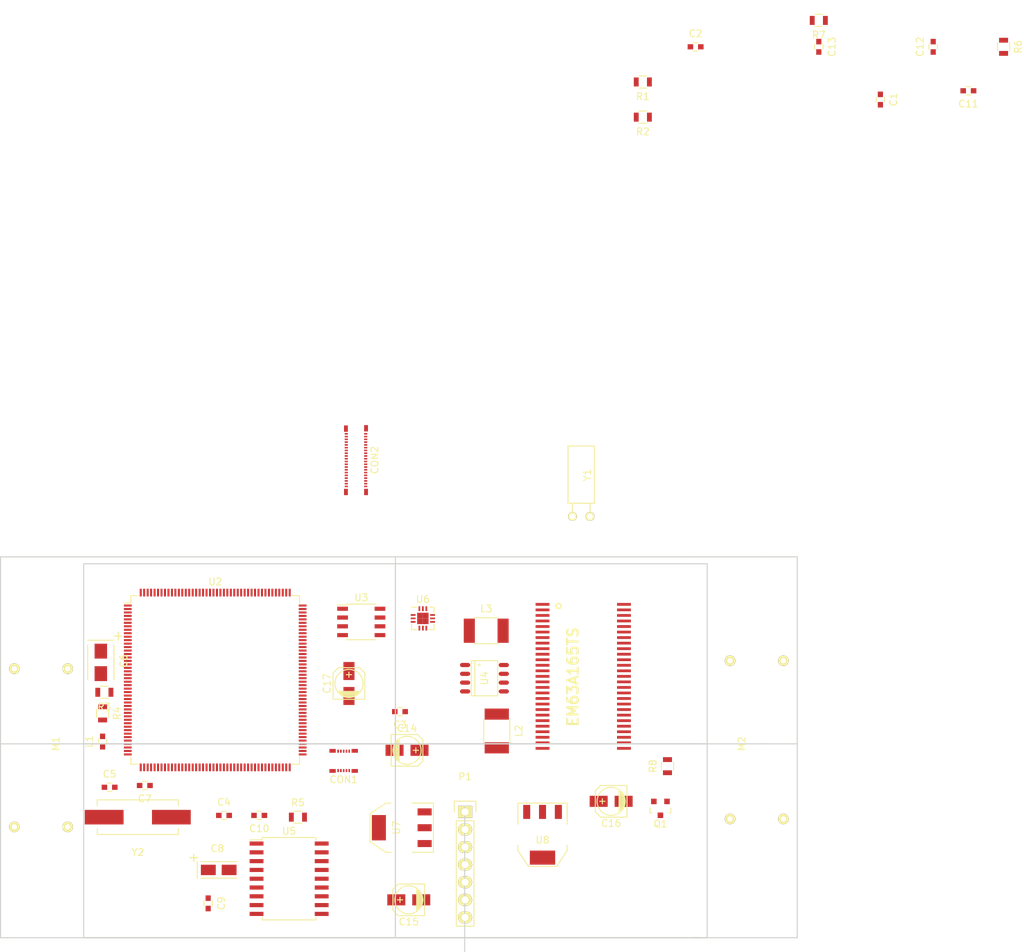
<source format=kicad_pcb>
(kicad_pcb (version 4) (host pcbnew 4.0.1-stable)

  (general
    (links 229)
    (no_connects 229)
    (area -29.87018 -91.284524 147.855 95.48)
    (thickness 1.6)
    (drawings 21)
    (tracks 0)
    (zones 0)
    (modules 44)
    (nets 186)
  )

  (page A4)
  (layers
    (0 F.Cu signal)
    (31 B.Cu signal)
    (32 B.Adhes user)
    (33 F.Adhes user)
    (34 B.Paste user)
    (35 F.Paste user)
    (36 B.SilkS user)
    (37 F.SilkS user)
    (38 B.Mask user)
    (39 F.Mask user)
    (40 Dwgs.User user)
    (41 Cmts.User user)
    (42 Eco1.User user)
    (43 Eco2.User user)
    (44 Edge.Cuts user)
    (45 Margin user)
    (46 B.CrtYd user)
    (47 F.CrtYd user)
    (48 B.Fab user)
    (49 F.Fab user)
  )

  (setup
    (last_trace_width 0.25)
    (trace_clearance 0.2)
    (zone_clearance 0.508)
    (zone_45_only no)
    (trace_min 0.2)
    (segment_width 0.2)
    (edge_width 0.15)
    (via_size 0.6)
    (via_drill 0.4)
    (via_min_size 0.4)
    (via_min_drill 0.3)
    (uvia_size 0.3)
    (uvia_drill 0.1)
    (uvias_allowed no)
    (uvia_min_size 0.2)
    (uvia_min_drill 0.1)
    (pcb_text_width 0.3)
    (pcb_text_size 1.5 1.5)
    (mod_edge_width 0.15)
    (mod_text_size 0.000001 0.000001)
    (mod_text_width 0.15)
    (pad_size 1.4 1.4)
    (pad_drill 0.6)
    (pad_to_mask_clearance 0.2)
    (aux_axis_origin 0 0)
    (visible_elements 7FFFFFFF)
    (pcbplotparams
      (layerselection 0x00030_80000001)
      (usegerberextensions false)
      (excludeedgelayer true)
      (linewidth 0.100000)
      (plotframeref false)
      (viasonmask false)
      (mode 1)
      (useauxorigin false)
      (hpglpennumber 1)
      (hpglpenspeed 20)
      (hpglpendiameter 15)
      (hpglpenoverlay 2)
      (psnegative false)
      (psa4output false)
      (plotreference true)
      (plotvalue true)
      (plotinvisibletext false)
      (padsonsilk false)
      (subtractmaskfromsilk false)
      (outputformat 1)
      (mirror false)
      (drillshape 1)
      (scaleselection 1)
      (outputdirectory ""))
  )

  (net 0 "")
  (net 1 GND)
  (net 2 "Net-(C1-Pad2)")
  (net 3 "Net-(C2-Pad1)")
  (net 4 "Net-(C3-Pad1)")
  (net 5 "Net-(C4-Pad1)")
  (net 6 "Net-(C5-Pad1)")
  (net 7 "Net-(C6-Pad2)")
  (net 8 "Net-(C8-Pad1)")
  (net 9 "Net-(C10-Pad1)")
  (net 10 "Net-(C11-Pad1)")
  (net 11 "Net-(C12-Pad1)")
  (net 12 "Net-(C13-Pad1)")
  (net 13 +12V)
  (net 14 +5V)
  (net 15 VDD)
  (net 16 /IRQ)
  (net 17 /SCL)
  (net 18 /SDA)
  (net 19 "Net-(CON1-Pad4)")
  (net 20 "Net-(CON1-Pad2)")
  (net 21 "Net-(CON2-Pad36)")
  (net 22 /B0)
  (net 23 /B2)
  (net 24 /B4)
  (net 25 /G0)
  (net 26 /G2)
  (net 27 /G4)
  (net 28 /R0)
  (net 29 /CSB)
  (net 30 /SDI)
  (net 31 /B1)
  (net 32 /B3)
  (net 33 /B5)
  (net 34 /G1)
  (net 35 /G3)
  (net 36 /G5)
  (net 37 /R1)
  (net 38 /R2)
  (net 39 /R4)
  (net 40 /R3)
  (net 41 /R5)
  (net 42 /RESETB)
  (net 43 "Net-(CON2-Pad13)")
  (net 44 /EN)
  (net 45 /VSYNC)
  (net 46 /PCLK)
  (net 47 /HSYNC)
  (net 48 "Net-(L2-Pad1)")
  (net 49 "Net-(L3-Pad1)")
  (net 50 "Net-(M1-Pad1)")
  (net 51 "Net-(M1-Pad2)")
  (net 52 "Net-(M1-Pad3)")
  (net 53 "Net-(M1-Pad4)")
  (net 54 "Net-(M2-Pad1)")
  (net 55 "Net-(M2-Pad2)")
  (net 56 "Net-(M2-Pad3)")
  (net 57 "Net-(M2-Pad4)")
  (net 58 "Net-(P1-Pad2)")
  (net 59 "Net-(P1-Pad3)")
  (net 60 "Net-(P1-Pad4)")
  (net 61 "Net-(P1-Pad5)")
  (net 62 "Net-(P1-Pad7)")
  (net 63 "Net-(Q1-Pad1)")
  (net 64 "Net-(Q1-Pad3)")
  (net 65 "Net-(R1-Pad1)")
  (net 66 "Net-(R2-Pad1)")
  (net 67 "Net-(R3-Pad1)")
  (net 68 "Net-(R4-Pad1)")
  (net 69 "Net-(R5-Pad1)")
  (net 70 /D0)
  (net 71 /D1)
  (net 72 /D2)
  (net 73 /D3)
  (net 74 /D4)
  (net 75 /D5)
  (net 76 /D6)
  (net 77 /D7)
  (net 78 /NBL0)
  (net 79 /WE#)
  (net 80 /CAS#)
  (net 81 /RAS#)
  (net 82 /CS#)
  (net 83 /BA0)
  (net 84 /BA1)
  (net 85 /A10)
  (net 86 /A0)
  (net 87 /A1)
  (net 88 /A2)
  (net 89 /A3)
  (net 90 /A4)
  (net 91 /A5)
  (net 92 /A6)
  (net 93 /A7)
  (net 94 /A8)
  (net 95 /A9)
  (net 96 /A11)
  (net 97 /A12)
  (net 98 /CKE)
  (net 99 /CLK)
  (net 100 /NBL1)
  (net 101 "Net-(U1-Pad40)")
  (net 102 /D8)
  (net 103 /D9)
  (net 104 /D10)
  (net 105 /D11)
  (net 106 /D12)
  (net 107 /D13)
  (net 108 /D14)
  (net 109 /D15)
  (net 110 "Net-(U2-Pad1)")
  (net 111 "Net-(U2-Pad2)")
  (net 112 "Net-(U2-Pad3)")
  (net 113 "Net-(U2-Pad4)")
  (net 114 "Net-(U2-Pad5)")
  (net 115 "Net-(U2-Pad6)")
  (net 116 "Net-(U2-Pad7)")
  (net 117 "Net-(U2-Pad8)")
  (net 118 "Net-(U2-Pad11)")
  (net 119 "Net-(U2-Pad12)")
  (net 120 "Net-(U2-Pad13)")
  (net 121 "Net-(U2-Pad24)")
  (net 122 "Net-(U2-Pad26)")
  (net 123 "Net-(U2-Pad31)")
  (net 124 "Net-(U2-Pad33)")
  (net 125 "Net-(U2-Pad34)")
  (net 126 "Net-(U2-Pad35)")
  (net 127 "Net-(U2-Pad40)")
  (net 128 "Net-(U2-Pad41)")
  (net 129 "Net-(U2-Pad42)")
  (net 130 "Net-(U2-Pad43)")
  (net 131 "Net-(U2-Pad44)")
  (net 132 "Net-(U2-Pad48)")
  (net 133 "Net-(U2-Pad51)")
  (net 134 "Net-(U2-Pad53)")
  (net 135 "Net-(U2-Pad54)")
  (net 136 "Net-(U2-Pad86)")
  (net 137 "Net-(U2-Pad87)")
  (net 138 "Net-(U2-Pad88)")
  (net 139 "Net-(U2-Pad89)")
  (net 140 "Net-(U2-Pad92)")
  (net 141 "Net-(U2-Pad93)")
  (net 142 "Net-(U2-Pad94)")
  (net 143 "Net-(U2-Pad95)")
  (net 144 "Net-(U2-Pad99)")
  (net 145 "Net-(U2-Pad100)")
  (net 146 "Net-(U2-Pad101)")
  (net 147 "Net-(U2-Pad107)")
  (net 148 "Net-(U2-Pad117)")
  (net 149 "Net-(U2-Pad118)")
  (net 150 "Net-(U2-Pad119)")
  (net 151 "Net-(U2-Pad120)")
  (net 152 "Net-(U2-Pad121)")
  (net 153 "Net-(U2-Pad124)")
  (net 154 "Net-(U2-Pad128)")
  (net 155 "Net-(U2-Pad129)")
  (net 156 "Net-(U2-Pad130)")
  (net 157 /NSS)
  (net 158 /SCK)
  (net 159 /MISO)
  (net 160 /MOSI)
  (net 161 "Net-(U2-Pad137)")
  (net 162 "Net-(U2-Pad138)")
  (net 163 "Net-(U2-Pad140)")
  (net 164 "Net-(U2-Pad141)")
  (net 165 "Net-(U2-Pad144)")
  (net 166 "Net-(U2-Pad146)")
  (net 167 "Net-(U2-Pad147)")
  (net 168 "Net-(U2-Pad151)")
  (net 169 "Net-(U2-Pad152)")
  (net 170 "Net-(U2-Pad156)")
  (net 171 "Net-(U2-Pad157)")
  (net 172 "Net-(U2-Pad161)")
  (net 173 "Net-(U2-Pad162)")
  (net 174 "Net-(U2-Pad165)")
  (net 175 "Net-(U2-Pad166)")
  (net 176 "Net-(U2-Pad173)")
  (net 177 "Net-(U2-Pad174)")
  (net 178 "Net-(U2-Pad175)")
  (net 179 "Net-(U2-Pad176)")
  (net 180 "Net-(U3-Pad5)")
  (net 181 "Net-(U4-Pad5)")
  (net 182 "Net-(U5-Pad7)")
  (net 183 "Net-(U5-Pad8)")
  (net 184 "Net-(U6-Pad4)")
  (net 185 "Net-(U6-Pad7)")

  (net_class Default "This is the default net class."
    (clearance 0.2)
    (trace_width 0.25)
    (via_dia 0.6)
    (via_drill 0.4)
    (uvia_dia 0.3)
    (uvia_drill 0.1)
    (add_net +12V)
    (add_net +5V)
    (add_net /A0)
    (add_net /A1)
    (add_net /A10)
    (add_net /A11)
    (add_net /A12)
    (add_net /A2)
    (add_net /A3)
    (add_net /A4)
    (add_net /A5)
    (add_net /A6)
    (add_net /A7)
    (add_net /A8)
    (add_net /A9)
    (add_net /B0)
    (add_net /B1)
    (add_net /B2)
    (add_net /B3)
    (add_net /B4)
    (add_net /B5)
    (add_net /BA0)
    (add_net /BA1)
    (add_net /CAS#)
    (add_net /CKE)
    (add_net /CLK)
    (add_net /CS#)
    (add_net /CSB)
    (add_net /D0)
    (add_net /D1)
    (add_net /D10)
    (add_net /D11)
    (add_net /D12)
    (add_net /D13)
    (add_net /D14)
    (add_net /D15)
    (add_net /D2)
    (add_net /D3)
    (add_net /D4)
    (add_net /D5)
    (add_net /D6)
    (add_net /D7)
    (add_net /D8)
    (add_net /D9)
    (add_net /EN)
    (add_net /G0)
    (add_net /G1)
    (add_net /G2)
    (add_net /G3)
    (add_net /G4)
    (add_net /G5)
    (add_net /HSYNC)
    (add_net /IRQ)
    (add_net /MISO)
    (add_net /MOSI)
    (add_net /NBL0)
    (add_net /NBL1)
    (add_net /NSS)
    (add_net /PCLK)
    (add_net /R0)
    (add_net /R1)
    (add_net /R2)
    (add_net /R3)
    (add_net /R4)
    (add_net /R5)
    (add_net /RAS#)
    (add_net /RESETB)
    (add_net /SCK)
    (add_net /SCL)
    (add_net /SDA)
    (add_net /SDI)
    (add_net /VSYNC)
    (add_net /WE#)
    (add_net GND)
    (add_net "Net-(C1-Pad2)")
    (add_net "Net-(C10-Pad1)")
    (add_net "Net-(C11-Pad1)")
    (add_net "Net-(C12-Pad1)")
    (add_net "Net-(C13-Pad1)")
    (add_net "Net-(C2-Pad1)")
    (add_net "Net-(C3-Pad1)")
    (add_net "Net-(C4-Pad1)")
    (add_net "Net-(C5-Pad1)")
    (add_net "Net-(C6-Pad2)")
    (add_net "Net-(C8-Pad1)")
    (add_net "Net-(CON1-Pad2)")
    (add_net "Net-(CON1-Pad4)")
    (add_net "Net-(CON2-Pad13)")
    (add_net "Net-(CON2-Pad36)")
    (add_net "Net-(L2-Pad1)")
    (add_net "Net-(L3-Pad1)")
    (add_net "Net-(M1-Pad1)")
    (add_net "Net-(M1-Pad2)")
    (add_net "Net-(M1-Pad3)")
    (add_net "Net-(M1-Pad4)")
    (add_net "Net-(M2-Pad1)")
    (add_net "Net-(M2-Pad2)")
    (add_net "Net-(M2-Pad3)")
    (add_net "Net-(M2-Pad4)")
    (add_net "Net-(P1-Pad2)")
    (add_net "Net-(P1-Pad3)")
    (add_net "Net-(P1-Pad4)")
    (add_net "Net-(P1-Pad5)")
    (add_net "Net-(P1-Pad7)")
    (add_net "Net-(Q1-Pad1)")
    (add_net "Net-(Q1-Pad3)")
    (add_net "Net-(R1-Pad1)")
    (add_net "Net-(R2-Pad1)")
    (add_net "Net-(R3-Pad1)")
    (add_net "Net-(R4-Pad1)")
    (add_net "Net-(R5-Pad1)")
    (add_net "Net-(U1-Pad40)")
    (add_net "Net-(U2-Pad1)")
    (add_net "Net-(U2-Pad100)")
    (add_net "Net-(U2-Pad101)")
    (add_net "Net-(U2-Pad107)")
    (add_net "Net-(U2-Pad11)")
    (add_net "Net-(U2-Pad117)")
    (add_net "Net-(U2-Pad118)")
    (add_net "Net-(U2-Pad119)")
    (add_net "Net-(U2-Pad12)")
    (add_net "Net-(U2-Pad120)")
    (add_net "Net-(U2-Pad121)")
    (add_net "Net-(U2-Pad124)")
    (add_net "Net-(U2-Pad128)")
    (add_net "Net-(U2-Pad129)")
    (add_net "Net-(U2-Pad13)")
    (add_net "Net-(U2-Pad130)")
    (add_net "Net-(U2-Pad137)")
    (add_net "Net-(U2-Pad138)")
    (add_net "Net-(U2-Pad140)")
    (add_net "Net-(U2-Pad141)")
    (add_net "Net-(U2-Pad144)")
    (add_net "Net-(U2-Pad146)")
    (add_net "Net-(U2-Pad147)")
    (add_net "Net-(U2-Pad151)")
    (add_net "Net-(U2-Pad152)")
    (add_net "Net-(U2-Pad156)")
    (add_net "Net-(U2-Pad157)")
    (add_net "Net-(U2-Pad161)")
    (add_net "Net-(U2-Pad162)")
    (add_net "Net-(U2-Pad165)")
    (add_net "Net-(U2-Pad166)")
    (add_net "Net-(U2-Pad173)")
    (add_net "Net-(U2-Pad174)")
    (add_net "Net-(U2-Pad175)")
    (add_net "Net-(U2-Pad176)")
    (add_net "Net-(U2-Pad2)")
    (add_net "Net-(U2-Pad24)")
    (add_net "Net-(U2-Pad26)")
    (add_net "Net-(U2-Pad3)")
    (add_net "Net-(U2-Pad31)")
    (add_net "Net-(U2-Pad33)")
    (add_net "Net-(U2-Pad34)")
    (add_net "Net-(U2-Pad35)")
    (add_net "Net-(U2-Pad4)")
    (add_net "Net-(U2-Pad40)")
    (add_net "Net-(U2-Pad41)")
    (add_net "Net-(U2-Pad42)")
    (add_net "Net-(U2-Pad43)")
    (add_net "Net-(U2-Pad44)")
    (add_net "Net-(U2-Pad48)")
    (add_net "Net-(U2-Pad5)")
    (add_net "Net-(U2-Pad51)")
    (add_net "Net-(U2-Pad53)")
    (add_net "Net-(U2-Pad54)")
    (add_net "Net-(U2-Pad6)")
    (add_net "Net-(U2-Pad7)")
    (add_net "Net-(U2-Pad8)")
    (add_net "Net-(U2-Pad86)")
    (add_net "Net-(U2-Pad87)")
    (add_net "Net-(U2-Pad88)")
    (add_net "Net-(U2-Pad89)")
    (add_net "Net-(U2-Pad92)")
    (add_net "Net-(U2-Pad93)")
    (add_net "Net-(U2-Pad94)")
    (add_net "Net-(U2-Pad95)")
    (add_net "Net-(U2-Pad99)")
    (add_net "Net-(U3-Pad5)")
    (add_net "Net-(U4-Pad5)")
    (add_net "Net-(U5-Pad7)")
    (add_net "Net-(U5-Pad8)")
    (add_net "Net-(U6-Pad4)")
    (add_net "Net-(U6-Pad7)")
    (add_net VDD)
  )

  (module Capacitors_SMD:C_0603 (layer F.Cu) (tedit 5415D631) (tstamp 56A2282C)
    (at 127 -66.04 270)
    (descr "Capacitor SMD 0603, reflow soldering, AVX (see smccp.pdf)")
    (tags "capacitor 0603")
    (path /569960EE)
    (attr smd)
    (fp_text reference C1 (at 0 -1.9 270) (layer F.SilkS)
      (effects (font (size 1 1) (thickness 0.15)))
    )
    (fp_text value 2.2uF (at 0 1.9 270) (layer F.Fab)
      (effects (font (size 1 1) (thickness 0.15)))
    )
    (fp_line (start -1.45 -0.75) (end 1.45 -0.75) (layer F.CrtYd) (width 0.05))
    (fp_line (start -1.45 0.75) (end 1.45 0.75) (layer F.CrtYd) (width 0.05))
    (fp_line (start -1.45 -0.75) (end -1.45 0.75) (layer F.CrtYd) (width 0.05))
    (fp_line (start 1.45 -0.75) (end 1.45 0.75) (layer F.CrtYd) (width 0.05))
    (fp_line (start -0.35 -0.6) (end 0.35 -0.6) (layer F.SilkS) (width 0.15))
    (fp_line (start 0.35 0.6) (end -0.35 0.6) (layer F.SilkS) (width 0.15))
    (pad 1 smd rect (at -0.75 0 270) (size 0.8 0.75) (layers F.Cu F.Paste F.Mask)
      (net 1 GND))
    (pad 2 smd rect (at 0.75 0 270) (size 0.8 0.75) (layers F.Cu F.Paste F.Mask)
      (net 2 "Net-(C1-Pad2)"))
    (model Capacitors_SMD.3dshapes/C_0603.wrl
      (at (xyz 0 0 0))
      (scale (xyz 1 1 1))
      (rotate (xyz 0 0 0))
    )
  )

  (module Capacitors_SMD:C_0603 (layer F.Cu) (tedit 5415D631) (tstamp 56A22838)
    (at 100.33 -73.66)
    (descr "Capacitor SMD 0603, reflow soldering, AVX (see smccp.pdf)")
    (tags "capacitor 0603")
    (path /5697238A)
    (attr smd)
    (fp_text reference C2 (at 0 -1.9) (layer F.SilkS)
      (effects (font (size 1 1) (thickness 0.15)))
    )
    (fp_text value 6.8pF (at 0 1.9) (layer F.Fab)
      (effects (font (size 1 1) (thickness 0.15)))
    )
    (fp_line (start -1.45 -0.75) (end 1.45 -0.75) (layer F.CrtYd) (width 0.05))
    (fp_line (start -1.45 0.75) (end 1.45 0.75) (layer F.CrtYd) (width 0.05))
    (fp_line (start -1.45 -0.75) (end -1.45 0.75) (layer F.CrtYd) (width 0.05))
    (fp_line (start 1.45 -0.75) (end 1.45 0.75) (layer F.CrtYd) (width 0.05))
    (fp_line (start -0.35 -0.6) (end 0.35 -0.6) (layer F.SilkS) (width 0.15))
    (fp_line (start 0.35 0.6) (end -0.35 0.6) (layer F.SilkS) (width 0.15))
    (pad 1 smd rect (at -0.75 0) (size 0.8 0.75) (layers F.Cu F.Paste F.Mask)
      (net 3 "Net-(C2-Pad1)"))
    (pad 2 smd rect (at 0.75 0) (size 0.8 0.75) (layers F.Cu F.Paste F.Mask)
      (net 1 GND))
    (model Capacitors_SMD.3dshapes/C_0603.wrl
      (at (xyz 0 0 0))
      (scale (xyz 1 1 1))
      (rotate (xyz 0 0 0))
    )
  )

  (module Capacitors_SMD:C_0603 (layer F.Cu) (tedit 5415D631) (tstamp 56A22844)
    (at 57.658 22.352 180)
    (descr "Capacitor SMD 0603, reflow soldering, AVX (see smccp.pdf)")
    (tags "capacitor 0603")
    (path /56972390)
    (attr smd)
    (fp_text reference C3 (at 0 -1.9 180) (layer F.SilkS)
      (effects (font (size 1 1) (thickness 0.15)))
    )
    (fp_text value 6.8pF (at 0 1.9 180) (layer F.Fab)
      (effects (font (size 1 1) (thickness 0.15)))
    )
    (fp_line (start -1.45 -0.75) (end 1.45 -0.75) (layer F.CrtYd) (width 0.05))
    (fp_line (start -1.45 0.75) (end 1.45 0.75) (layer F.CrtYd) (width 0.05))
    (fp_line (start -1.45 -0.75) (end -1.45 0.75) (layer F.CrtYd) (width 0.05))
    (fp_line (start 1.45 -0.75) (end 1.45 0.75) (layer F.CrtYd) (width 0.05))
    (fp_line (start -0.35 -0.6) (end 0.35 -0.6) (layer F.SilkS) (width 0.15))
    (fp_line (start 0.35 0.6) (end -0.35 0.6) (layer F.SilkS) (width 0.15))
    (pad 1 smd rect (at -0.75 0 180) (size 0.8 0.75) (layers F.Cu F.Paste F.Mask)
      (net 4 "Net-(C3-Pad1)"))
    (pad 2 smd rect (at 0.75 0 180) (size 0.8 0.75) (layers F.Cu F.Paste F.Mask)
      (net 1 GND))
    (model Capacitors_SMD.3dshapes/C_0603.wrl
      (at (xyz 0 0 0))
      (scale (xyz 1 1 1))
      (rotate (xyz 0 0 0))
    )
  )

  (module Capacitors_SMD:C_0603 (layer F.Cu) (tedit 5415D631) (tstamp 56A22850)
    (at 32.258 37.338)
    (descr "Capacitor SMD 0603, reflow soldering, AVX (see smccp.pdf)")
    (tags "capacitor 0603")
    (path /5696FAE5)
    (attr smd)
    (fp_text reference C4 (at 0 -1.9) (layer F.SilkS)
      (effects (font (size 1 1) (thickness 0.15)))
    )
    (fp_text value 20pF (at 0 1.9) (layer F.Fab)
      (effects (font (size 1 1) (thickness 0.15)))
    )
    (fp_line (start -1.45 -0.75) (end 1.45 -0.75) (layer F.CrtYd) (width 0.05))
    (fp_line (start -1.45 0.75) (end 1.45 0.75) (layer F.CrtYd) (width 0.05))
    (fp_line (start -1.45 -0.75) (end -1.45 0.75) (layer F.CrtYd) (width 0.05))
    (fp_line (start 1.45 -0.75) (end 1.45 0.75) (layer F.CrtYd) (width 0.05))
    (fp_line (start -0.35 -0.6) (end 0.35 -0.6) (layer F.SilkS) (width 0.15))
    (fp_line (start 0.35 0.6) (end -0.35 0.6) (layer F.SilkS) (width 0.15))
    (pad 1 smd rect (at -0.75 0) (size 0.8 0.75) (layers F.Cu F.Paste F.Mask)
      (net 5 "Net-(C4-Pad1)"))
    (pad 2 smd rect (at 0.75 0) (size 0.8 0.75) (layers F.Cu F.Paste F.Mask)
      (net 1 GND))
    (model Capacitors_SMD.3dshapes/C_0603.wrl
      (at (xyz 0 0 0))
      (scale (xyz 1 1 1))
      (rotate (xyz 0 0 0))
    )
  )

  (module Capacitors_SMD:C_0603 (layer F.Cu) (tedit 5415D631) (tstamp 56A2285C)
    (at 15.748 33.274)
    (descr "Capacitor SMD 0603, reflow soldering, AVX (see smccp.pdf)")
    (tags "capacitor 0603")
    (path /5696FD52)
    (attr smd)
    (fp_text reference C5 (at 0 -1.9) (layer F.SilkS)
      (effects (font (size 1 1) (thickness 0.15)))
    )
    (fp_text value 20pF (at 0 1.9) (layer F.Fab)
      (effects (font (size 1 1) (thickness 0.15)))
    )
    (fp_line (start -1.45 -0.75) (end 1.45 -0.75) (layer F.CrtYd) (width 0.05))
    (fp_line (start -1.45 0.75) (end 1.45 0.75) (layer F.CrtYd) (width 0.05))
    (fp_line (start -1.45 -0.75) (end -1.45 0.75) (layer F.CrtYd) (width 0.05))
    (fp_line (start 1.45 -0.75) (end 1.45 0.75) (layer F.CrtYd) (width 0.05))
    (fp_line (start -0.35 -0.6) (end 0.35 -0.6) (layer F.SilkS) (width 0.15))
    (fp_line (start 0.35 0.6) (end -0.35 0.6) (layer F.SilkS) (width 0.15))
    (pad 1 smd rect (at -0.75 0) (size 0.8 0.75) (layers F.Cu F.Paste F.Mask)
      (net 6 "Net-(C5-Pad1)"))
    (pad 2 smd rect (at 0.75 0) (size 0.8 0.75) (layers F.Cu F.Paste F.Mask)
      (net 1 GND))
    (model Capacitors_SMD.3dshapes/C_0603.wrl
      (at (xyz 0 0 0))
      (scale (xyz 1 1 1))
      (rotate (xyz 0 0 0))
    )
  )

  (module Capacitors_Tantalum_SMD:TantalC_SizeB_EIA-3528_Wave (layer F.Cu) (tedit 0) (tstamp 56A22868)
    (at 14.478 15.24 270)
    (descr "Tantal Cap. , Size B, EIA-3528, Wave,")
    (tags "Tantal Cap. , Size B, EIA-3528, Wave,")
    (path /56999867)
    (attr smd)
    (fp_text reference C6 (at -0.20066 -3.29946 270) (layer F.SilkS)
      (effects (font (size 1 1) (thickness 0.15)))
    )
    (fp_text value 1uF (at -0.09906 3.59918 270) (layer F.Fab)
      (effects (font (size 1 1) (thickness 0.15)))
    )
    (fp_text user + (at -3.79984 -2.49936 270) (layer F.SilkS)
      (effects (font (size 1 1) (thickness 0.15)))
    )
    (fp_line (start -3.2004 -1.89992) (end -3.2004 1.89992) (layer F.SilkS) (width 0.15))
    (fp_line (start 2.49936 -1.89992) (end -2.49936 -1.89992) (layer F.SilkS) (width 0.15))
    (fp_line (start 2.49682 1.89992) (end -2.5019 1.89992) (layer F.SilkS) (width 0.15))
    (fp_line (start -3.80238 -3.00228) (end -3.80238 -1.90246) (layer F.SilkS) (width 0.15))
    (fp_line (start -4.40182 -2.5019) (end -3.20294 -2.5019) (layer F.SilkS) (width 0.15))
    (pad 2 smd rect (at 1.6256 0 270) (size 2.14884 1.80086) (layers F.Cu F.Paste F.Mask)
      (net 7 "Net-(C6-Pad2)"))
    (pad 1 smd rect (at -1.6256 0 270) (size 2.14884 1.80086) (layers F.Cu F.Paste F.Mask)
      (net 1 GND))
    (model Capacitors_Tantalum_SMD.3dshapes/TantalC_SizeB_EIA-3528_Wave.wrl
      (at (xyz 0 0 0))
      (scale (xyz 1 1 1))
      (rotate (xyz 0 0 180))
    )
  )

  (module Capacitors_SMD:C_0603 (layer F.Cu) (tedit 5415D631) (tstamp 56A22874)
    (at 20.828 33.02 180)
    (descr "Capacitor SMD 0603, reflow soldering, AVX (see smccp.pdf)")
    (tags "capacitor 0603")
    (path /56999385)
    (attr smd)
    (fp_text reference C7 (at 0 -1.9 180) (layer F.SilkS)
      (effects (font (size 1 1) (thickness 0.15)))
    )
    (fp_text value 100nF (at 0 1.9 180) (layer F.Fab)
      (effects (font (size 1 1) (thickness 0.15)))
    )
    (fp_line (start -1.45 -0.75) (end 1.45 -0.75) (layer F.CrtYd) (width 0.05))
    (fp_line (start -1.45 0.75) (end 1.45 0.75) (layer F.CrtYd) (width 0.05))
    (fp_line (start -1.45 -0.75) (end -1.45 0.75) (layer F.CrtYd) (width 0.05))
    (fp_line (start 1.45 -0.75) (end 1.45 0.75) (layer F.CrtYd) (width 0.05))
    (fp_line (start -0.35 -0.6) (end 0.35 -0.6) (layer F.SilkS) (width 0.15))
    (fp_line (start 0.35 0.6) (end -0.35 0.6) (layer F.SilkS) (width 0.15))
    (pad 1 smd rect (at -0.75 0 180) (size 0.8 0.75) (layers F.Cu F.Paste F.Mask)
      (net 1 GND))
    (pad 2 smd rect (at 0.75 0 180) (size 0.8 0.75) (layers F.Cu F.Paste F.Mask)
      (net 7 "Net-(C6-Pad2)"))
    (model Capacitors_SMD.3dshapes/C_0603.wrl
      (at (xyz 0 0 0))
      (scale (xyz 1 1 1))
      (rotate (xyz 0 0 0))
    )
  )

  (module Capacitors_Tantalum_SMD:TantalC_SizeA_EIA-3216_Wave (layer F.Cu) (tedit 0) (tstamp 56A22880)
    (at 31.496 45.212)
    (descr "Tantal Cap. , Size A, EIA-3216, Wave,")
    (tags "Tantal Cap. , Size A, EIA-3216, Wave,")
    (path /56999954)
    (attr smd)
    (fp_text reference C8 (at -0.20066 -3.0988) (layer F.SilkS)
      (effects (font (size 1 1) (thickness 0.15)))
    )
    (fp_text value 1uF (at -0.09906 3.0988) (layer F.Fab)
      (effects (font (size 1 1) (thickness 0.15)))
    )
    (fp_text user + (at -3.59918 -1.80086) (layer F.SilkS)
      (effects (font (size 1 1) (thickness 0.15)))
    )
    (fp_line (start -2.60096 1.19888) (end 2.60096 1.19888) (layer F.SilkS) (width 0.15))
    (fp_line (start 2.60096 -1.19888) (end -2.60096 -1.19888) (layer F.SilkS) (width 0.15))
    (fp_line (start -3.59918 -2.2987) (end -3.59918 -1.19888) (layer F.SilkS) (width 0.15))
    (fp_line (start -4.19862 -1.79832) (end -2.99974 -1.79832) (layer F.SilkS) (width 0.15))
    (fp_line (start -3.09626 -1.19888) (end -3.09626 1.19888) (layer F.SilkS) (width 0.15))
    (pad 2 smd rect (at 1.50114 0) (size 2.14884 1.50114) (layers F.Cu F.Paste F.Mask)
      (net 1 GND))
    (pad 1 smd rect (at -1.50114 0) (size 2.14884 1.50114) (layers F.Cu F.Paste F.Mask)
      (net 8 "Net-(C8-Pad1)"))
    (model Capacitors_Tantalum_SMD.3dshapes/TantalC_SizeA_EIA-3216_Wave.wrl
      (at (xyz 0 0 0))
      (scale (xyz 1 1 1))
      (rotate (xyz 0 0 180))
    )
  )

  (module Capacitors_SMD:C_0603 (layer F.Cu) (tedit 5415D631) (tstamp 56A2288C)
    (at 29.972 50.038 270)
    (descr "Capacitor SMD 0603, reflow soldering, AVX (see smccp.pdf)")
    (tags "capacitor 0603")
    (path /5699924E)
    (attr smd)
    (fp_text reference C9 (at 0 -1.9 270) (layer F.SilkS)
      (effects (font (size 1 1) (thickness 0.15)))
    )
    (fp_text value 100nF (at 0 1.9 270) (layer F.Fab)
      (effects (font (size 1 1) (thickness 0.15)))
    )
    (fp_line (start -1.45 -0.75) (end 1.45 -0.75) (layer F.CrtYd) (width 0.05))
    (fp_line (start -1.45 0.75) (end 1.45 0.75) (layer F.CrtYd) (width 0.05))
    (fp_line (start -1.45 -0.75) (end -1.45 0.75) (layer F.CrtYd) (width 0.05))
    (fp_line (start 1.45 -0.75) (end 1.45 0.75) (layer F.CrtYd) (width 0.05))
    (fp_line (start -0.35 -0.6) (end 0.35 -0.6) (layer F.SilkS) (width 0.15))
    (fp_line (start 0.35 0.6) (end -0.35 0.6) (layer F.SilkS) (width 0.15))
    (pad 1 smd rect (at -0.75 0 270) (size 0.8 0.75) (layers F.Cu F.Paste F.Mask)
      (net 8 "Net-(C8-Pad1)"))
    (pad 2 smd rect (at 0.75 0 270) (size 0.8 0.75) (layers F.Cu F.Paste F.Mask)
      (net 1 GND))
    (model Capacitors_SMD.3dshapes/C_0603.wrl
      (at (xyz 0 0 0))
      (scale (xyz 1 1 1))
      (rotate (xyz 0 0 0))
    )
  )

  (module Capacitors_SMD:C_0603 (layer F.Cu) (tedit 5415D631) (tstamp 56A22898)
    (at 37.338 37.338 180)
    (descr "Capacitor SMD 0603, reflow soldering, AVX (see smccp.pdf)")
    (tags "capacitor 0603")
    (path /56997496)
    (attr smd)
    (fp_text reference C10 (at 0 -1.9 180) (layer F.SilkS)
      (effects (font (size 1 1) (thickness 0.15)))
    )
    (fp_text value 2.2uF (at 0 1.9 180) (layer F.Fab)
      (effects (font (size 1 1) (thickness 0.15)))
    )
    (fp_line (start -1.45 -0.75) (end 1.45 -0.75) (layer F.CrtYd) (width 0.05))
    (fp_line (start -1.45 0.75) (end 1.45 0.75) (layer F.CrtYd) (width 0.05))
    (fp_line (start -1.45 -0.75) (end -1.45 0.75) (layer F.CrtYd) (width 0.05))
    (fp_line (start 1.45 -0.75) (end 1.45 0.75) (layer F.CrtYd) (width 0.05))
    (fp_line (start -0.35 -0.6) (end 0.35 -0.6) (layer F.SilkS) (width 0.15))
    (fp_line (start 0.35 0.6) (end -0.35 0.6) (layer F.SilkS) (width 0.15))
    (pad 1 smd rect (at -0.75 0 180) (size 0.8 0.75) (layers F.Cu F.Paste F.Mask)
      (net 9 "Net-(C10-Pad1)"))
    (pad 2 smd rect (at 0.75 0 180) (size 0.8 0.75) (layers F.Cu F.Paste F.Mask)
      (net 1 GND))
    (model Capacitors_SMD.3dshapes/C_0603.wrl
      (at (xyz 0 0 0))
      (scale (xyz 1 1 1))
      (rotate (xyz 0 0 0))
    )
  )

  (module Capacitors_SMD:C_0603 (layer F.Cu) (tedit 5415D631) (tstamp 56A228A4)
    (at 139.7 -67.31 180)
    (descr "Capacitor SMD 0603, reflow soldering, AVX (see smccp.pdf)")
    (tags "capacitor 0603")
    (path /569B5011)
    (attr smd)
    (fp_text reference C11 (at 0 -1.9 180) (layer F.SilkS)
      (effects (font (size 1 1) (thickness 0.15)))
    )
    (fp_text value 10uF (at 0 1.9 180) (layer F.Fab)
      (effects (font (size 1 1) (thickness 0.15)))
    )
    (fp_line (start -1.45 -0.75) (end 1.45 -0.75) (layer F.CrtYd) (width 0.05))
    (fp_line (start -1.45 0.75) (end 1.45 0.75) (layer F.CrtYd) (width 0.05))
    (fp_line (start -1.45 -0.75) (end -1.45 0.75) (layer F.CrtYd) (width 0.05))
    (fp_line (start 1.45 -0.75) (end 1.45 0.75) (layer F.CrtYd) (width 0.05))
    (fp_line (start -0.35 -0.6) (end 0.35 -0.6) (layer F.SilkS) (width 0.15))
    (fp_line (start 0.35 0.6) (end -0.35 0.6) (layer F.SilkS) (width 0.15))
    (pad 1 smd rect (at -0.75 0 180) (size 0.8 0.75) (layers F.Cu F.Paste F.Mask)
      (net 10 "Net-(C11-Pad1)"))
    (pad 2 smd rect (at 0.75 0 180) (size 0.8 0.75) (layers F.Cu F.Paste F.Mask)
      (net 1 GND))
    (model Capacitors_SMD.3dshapes/C_0603.wrl
      (at (xyz 0 0 0))
      (scale (xyz 1 1 1))
      (rotate (xyz 0 0 0))
    )
  )

  (module Capacitors_SMD:C_0603 (layer F.Cu) (tedit 5415D631) (tstamp 56A228B0)
    (at 134.62 -73.66 90)
    (descr "Capacitor SMD 0603, reflow soldering, AVX (see smccp.pdf)")
    (tags "capacitor 0603")
    (path /569B5900)
    (attr smd)
    (fp_text reference C12 (at 0 -1.9 90) (layer F.SilkS)
      (effects (font (size 1 1) (thickness 0.15)))
    )
    (fp_text value 2x10uF (at 0 1.9 90) (layer F.Fab)
      (effects (font (size 1 1) (thickness 0.15)))
    )
    (fp_line (start -1.45 -0.75) (end 1.45 -0.75) (layer F.CrtYd) (width 0.05))
    (fp_line (start -1.45 0.75) (end 1.45 0.75) (layer F.CrtYd) (width 0.05))
    (fp_line (start -1.45 -0.75) (end -1.45 0.75) (layer F.CrtYd) (width 0.05))
    (fp_line (start 1.45 -0.75) (end 1.45 0.75) (layer F.CrtYd) (width 0.05))
    (fp_line (start -0.35 -0.6) (end 0.35 -0.6) (layer F.SilkS) (width 0.15))
    (fp_line (start 0.35 0.6) (end -0.35 0.6) (layer F.SilkS) (width 0.15))
    (pad 1 smd rect (at -0.75 0 90) (size 0.8 0.75) (layers F.Cu F.Paste F.Mask)
      (net 11 "Net-(C12-Pad1)"))
    (pad 2 smd rect (at 0.75 0 90) (size 0.8 0.75) (layers F.Cu F.Paste F.Mask)
      (net 1 GND))
    (model Capacitors_SMD.3dshapes/C_0603.wrl
      (at (xyz 0 0 0))
      (scale (xyz 1 1 1))
      (rotate (xyz 0 0 0))
    )
  )

  (module Capacitors_SMD:C_0603 (layer F.Cu) (tedit 5415D631) (tstamp 56A228BC)
    (at 118.11 -73.66 270)
    (descr "Capacitor SMD 0603, reflow soldering, AVX (see smccp.pdf)")
    (tags "capacitor 0603")
    (path /569B2B9E)
    (attr smd)
    (fp_text reference C13 (at 0 -1.9 270) (layer F.SilkS)
      (effects (font (size 1 1) (thickness 0.15)))
    )
    (fp_text value 1uF (at 0 1.9 270) (layer F.Fab)
      (effects (font (size 1 1) (thickness 0.15)))
    )
    (fp_line (start -1.45 -0.75) (end 1.45 -0.75) (layer F.CrtYd) (width 0.05))
    (fp_line (start -1.45 0.75) (end 1.45 0.75) (layer F.CrtYd) (width 0.05))
    (fp_line (start -1.45 -0.75) (end -1.45 0.75) (layer F.CrtYd) (width 0.05))
    (fp_line (start 1.45 -0.75) (end 1.45 0.75) (layer F.CrtYd) (width 0.05))
    (fp_line (start -0.35 -0.6) (end 0.35 -0.6) (layer F.SilkS) (width 0.15))
    (fp_line (start 0.35 0.6) (end -0.35 0.6) (layer F.SilkS) (width 0.15))
    (pad 1 smd rect (at -0.75 0 270) (size 0.8 0.75) (layers F.Cu F.Paste F.Mask)
      (net 12 "Net-(C13-Pad1)"))
    (pad 2 smd rect (at 0.75 0 270) (size 0.8 0.75) (layers F.Cu F.Paste F.Mask)
      (net 1 GND))
    (model Capacitors_SMD.3dshapes/C_0603.wrl
      (at (xyz 0 0 0))
      (scale (xyz 1 1 1))
      (rotate (xyz 0 0 0))
    )
  )

  (module Capacitors_SMD:c_elec_4x5.3 (layer F.Cu) (tedit 556FDE77) (tstamp 56A228D7)
    (at 58.674 27.94)
    (descr "SMT capacitor, aluminium electrolytic, 4x5.3")
    (path /569E8A37)
    (attr smd)
    (fp_text reference C14 (at 0 -3.175) (layer F.SilkS)
      (effects (font (size 1 1) (thickness 0.15)))
    )
    (fp_text value 10uF (at 0 3.175) (layer F.Fab)
      (effects (font (size 1 1) (thickness 0.15)))
    )
    (fp_line (start -3.35 -2.65) (end 3.35 -2.65) (layer F.CrtYd) (width 0.05))
    (fp_line (start 3.35 -2.65) (end 3.35 2.65) (layer F.CrtYd) (width 0.05))
    (fp_line (start 3.35 2.65) (end -3.35 2.65) (layer F.CrtYd) (width 0.05))
    (fp_line (start -3.35 2.65) (end -3.35 -2.65) (layer F.CrtYd) (width 0.05))
    (fp_line (start 1.651 0) (end 0.889 0) (layer F.SilkS) (width 0.15))
    (fp_line (start 1.27 -0.381) (end 1.27 0.381) (layer F.SilkS) (width 0.15))
    (fp_line (start 1.524 2.286) (end -2.286 2.286) (layer F.SilkS) (width 0.15))
    (fp_line (start 2.286 -1.524) (end 2.286 1.524) (layer F.SilkS) (width 0.15))
    (fp_line (start 1.524 2.286) (end 2.286 1.524) (layer F.SilkS) (width 0.15))
    (fp_line (start 1.524 -2.286) (end -2.286 -2.286) (layer F.SilkS) (width 0.15))
    (fp_line (start 1.524 -2.286) (end 2.286 -1.524) (layer F.SilkS) (width 0.15))
    (fp_line (start -2.032 0.127) (end -2.032 -0.127) (layer F.SilkS) (width 0.15))
    (fp_line (start -1.905 -0.635) (end -1.905 0.635) (layer F.SilkS) (width 0.15))
    (fp_line (start -1.778 0.889) (end -1.778 -0.889) (layer F.SilkS) (width 0.15))
    (fp_line (start -1.651 1.143) (end -1.651 -1.143) (layer F.SilkS) (width 0.15))
    (fp_line (start -1.524 -1.27) (end -1.524 1.27) (layer F.SilkS) (width 0.15))
    (fp_line (start -1.397 1.397) (end -1.397 -1.397) (layer F.SilkS) (width 0.15))
    (fp_line (start -1.27 -1.524) (end -1.27 1.524) (layer F.SilkS) (width 0.15))
    (fp_line (start -1.143 -1.651) (end -1.143 1.651) (layer F.SilkS) (width 0.15))
    (fp_line (start -2.286 -2.286) (end -2.286 2.286) (layer F.SilkS) (width 0.15))
    (fp_circle (center 0 0) (end -2.032 0) (layer F.SilkS) (width 0.15))
    (pad 1 smd rect (at 1.80086 0) (size 2.60096 1.6002) (layers F.Cu F.Paste F.Mask)
      (net 13 +12V))
    (pad 2 smd rect (at -1.80086 0) (size 2.60096 1.6002) (layers F.Cu F.Paste F.Mask)
      (net 1 GND))
    (model Capacitors_SMD.3dshapes/c_elec_4x5.3.wrl
      (at (xyz 0 0 0))
      (scale (xyz 1 1 1))
      (rotate (xyz 0 0 0))
    )
  )

  (module Capacitors_SMD:c_elec_4x5.3 (layer F.Cu) (tedit 556FDE77) (tstamp 56A228F2)
    (at 58.928 49.53 180)
    (descr "SMT capacitor, aluminium electrolytic, 4x5.3")
    (path /569E8B2A)
    (attr smd)
    (fp_text reference C15 (at 0 -3.175 180) (layer F.SilkS)
      (effects (font (size 1 1) (thickness 0.15)))
    )
    (fp_text value 10uF (at 0 3.175 180) (layer F.Fab)
      (effects (font (size 1 1) (thickness 0.15)))
    )
    (fp_line (start -3.35 -2.65) (end 3.35 -2.65) (layer F.CrtYd) (width 0.05))
    (fp_line (start 3.35 -2.65) (end 3.35 2.65) (layer F.CrtYd) (width 0.05))
    (fp_line (start 3.35 2.65) (end -3.35 2.65) (layer F.CrtYd) (width 0.05))
    (fp_line (start -3.35 2.65) (end -3.35 -2.65) (layer F.CrtYd) (width 0.05))
    (fp_line (start 1.651 0) (end 0.889 0) (layer F.SilkS) (width 0.15))
    (fp_line (start 1.27 -0.381) (end 1.27 0.381) (layer F.SilkS) (width 0.15))
    (fp_line (start 1.524 2.286) (end -2.286 2.286) (layer F.SilkS) (width 0.15))
    (fp_line (start 2.286 -1.524) (end 2.286 1.524) (layer F.SilkS) (width 0.15))
    (fp_line (start 1.524 2.286) (end 2.286 1.524) (layer F.SilkS) (width 0.15))
    (fp_line (start 1.524 -2.286) (end -2.286 -2.286) (layer F.SilkS) (width 0.15))
    (fp_line (start 1.524 -2.286) (end 2.286 -1.524) (layer F.SilkS) (width 0.15))
    (fp_line (start -2.032 0.127) (end -2.032 -0.127) (layer F.SilkS) (width 0.15))
    (fp_line (start -1.905 -0.635) (end -1.905 0.635) (layer F.SilkS) (width 0.15))
    (fp_line (start -1.778 0.889) (end -1.778 -0.889) (layer F.SilkS) (width 0.15))
    (fp_line (start -1.651 1.143) (end -1.651 -1.143) (layer F.SilkS) (width 0.15))
    (fp_line (start -1.524 -1.27) (end -1.524 1.27) (layer F.SilkS) (width 0.15))
    (fp_line (start -1.397 1.397) (end -1.397 -1.397) (layer F.SilkS) (width 0.15))
    (fp_line (start -1.27 -1.524) (end -1.27 1.524) (layer F.SilkS) (width 0.15))
    (fp_line (start -1.143 -1.651) (end -1.143 1.651) (layer F.SilkS) (width 0.15))
    (fp_line (start -2.286 -2.286) (end -2.286 2.286) (layer F.SilkS) (width 0.15))
    (fp_circle (center 0 0) (end -2.032 0) (layer F.SilkS) (width 0.15))
    (pad 1 smd rect (at 1.80086 0 180) (size 2.60096 1.6002) (layers F.Cu F.Paste F.Mask)
      (net 14 +5V))
    (pad 2 smd rect (at -1.80086 0 180) (size 2.60096 1.6002) (layers F.Cu F.Paste F.Mask)
      (net 1 GND))
    (model Capacitors_SMD.3dshapes/c_elec_4x5.3.wrl
      (at (xyz 0 0 0))
      (scale (xyz 1 1 1))
      (rotate (xyz 0 0 0))
    )
  )

  (module Capacitors_SMD:c_elec_4x5.3 (layer F.Cu) (tedit 556FDE77) (tstamp 56A2290D)
    (at 88.138 35.306 180)
    (descr "SMT capacitor, aluminium electrolytic, 4x5.3")
    (path /569E8E0C)
    (attr smd)
    (fp_text reference C16 (at 0 -3.175 180) (layer F.SilkS)
      (effects (font (size 1 1) (thickness 0.15)))
    )
    (fp_text value 10uF (at 0 3.175 180) (layer F.Fab)
      (effects (font (size 1 1) (thickness 0.15)))
    )
    (fp_line (start -3.35 -2.65) (end 3.35 -2.65) (layer F.CrtYd) (width 0.05))
    (fp_line (start 3.35 -2.65) (end 3.35 2.65) (layer F.CrtYd) (width 0.05))
    (fp_line (start 3.35 2.65) (end -3.35 2.65) (layer F.CrtYd) (width 0.05))
    (fp_line (start -3.35 2.65) (end -3.35 -2.65) (layer F.CrtYd) (width 0.05))
    (fp_line (start 1.651 0) (end 0.889 0) (layer F.SilkS) (width 0.15))
    (fp_line (start 1.27 -0.381) (end 1.27 0.381) (layer F.SilkS) (width 0.15))
    (fp_line (start 1.524 2.286) (end -2.286 2.286) (layer F.SilkS) (width 0.15))
    (fp_line (start 2.286 -1.524) (end 2.286 1.524) (layer F.SilkS) (width 0.15))
    (fp_line (start 1.524 2.286) (end 2.286 1.524) (layer F.SilkS) (width 0.15))
    (fp_line (start 1.524 -2.286) (end -2.286 -2.286) (layer F.SilkS) (width 0.15))
    (fp_line (start 1.524 -2.286) (end 2.286 -1.524) (layer F.SilkS) (width 0.15))
    (fp_line (start -2.032 0.127) (end -2.032 -0.127) (layer F.SilkS) (width 0.15))
    (fp_line (start -1.905 -0.635) (end -1.905 0.635) (layer F.SilkS) (width 0.15))
    (fp_line (start -1.778 0.889) (end -1.778 -0.889) (layer F.SilkS) (width 0.15))
    (fp_line (start -1.651 1.143) (end -1.651 -1.143) (layer F.SilkS) (width 0.15))
    (fp_line (start -1.524 -1.27) (end -1.524 1.27) (layer F.SilkS) (width 0.15))
    (fp_line (start -1.397 1.397) (end -1.397 -1.397) (layer F.SilkS) (width 0.15))
    (fp_line (start -1.27 -1.524) (end -1.27 1.524) (layer F.SilkS) (width 0.15))
    (fp_line (start -1.143 -1.651) (end -1.143 1.651) (layer F.SilkS) (width 0.15))
    (fp_line (start -2.286 -2.286) (end -2.286 2.286) (layer F.SilkS) (width 0.15))
    (fp_circle (center 0 0) (end -2.032 0) (layer F.SilkS) (width 0.15))
    (pad 1 smd rect (at 1.80086 0 180) (size 2.60096 1.6002) (layers F.Cu F.Paste F.Mask)
      (net 13 +12V))
    (pad 2 smd rect (at -1.80086 0 180) (size 2.60096 1.6002) (layers F.Cu F.Paste F.Mask)
      (net 1 GND))
    (model Capacitors_SMD.3dshapes/c_elec_4x5.3.wrl
      (at (xyz 0 0 0))
      (scale (xyz 1 1 1))
      (rotate (xyz 0 0 0))
    )
  )

  (module Capacitors_SMD:c_elec_4x5.3 (layer F.Cu) (tedit 556FDE77) (tstamp 56A22928)
    (at 50.292 18.288 90)
    (descr "SMT capacitor, aluminium electrolytic, 4x5.3")
    (path /569E903D)
    (attr smd)
    (fp_text reference C17 (at 0 -3.175 90) (layer F.SilkS)
      (effects (font (size 1 1) (thickness 0.15)))
    )
    (fp_text value 10uF (at 0 3.175 90) (layer F.Fab)
      (effects (font (size 1 1) (thickness 0.15)))
    )
    (fp_line (start -3.35 -2.65) (end 3.35 -2.65) (layer F.CrtYd) (width 0.05))
    (fp_line (start 3.35 -2.65) (end 3.35 2.65) (layer F.CrtYd) (width 0.05))
    (fp_line (start 3.35 2.65) (end -3.35 2.65) (layer F.CrtYd) (width 0.05))
    (fp_line (start -3.35 2.65) (end -3.35 -2.65) (layer F.CrtYd) (width 0.05))
    (fp_line (start 1.651 0) (end 0.889 0) (layer F.SilkS) (width 0.15))
    (fp_line (start 1.27 -0.381) (end 1.27 0.381) (layer F.SilkS) (width 0.15))
    (fp_line (start 1.524 2.286) (end -2.286 2.286) (layer F.SilkS) (width 0.15))
    (fp_line (start 2.286 -1.524) (end 2.286 1.524) (layer F.SilkS) (width 0.15))
    (fp_line (start 1.524 2.286) (end 2.286 1.524) (layer F.SilkS) (width 0.15))
    (fp_line (start 1.524 -2.286) (end -2.286 -2.286) (layer F.SilkS) (width 0.15))
    (fp_line (start 1.524 -2.286) (end 2.286 -1.524) (layer F.SilkS) (width 0.15))
    (fp_line (start -2.032 0.127) (end -2.032 -0.127) (layer F.SilkS) (width 0.15))
    (fp_line (start -1.905 -0.635) (end -1.905 0.635) (layer F.SilkS) (width 0.15))
    (fp_line (start -1.778 0.889) (end -1.778 -0.889) (layer F.SilkS) (width 0.15))
    (fp_line (start -1.651 1.143) (end -1.651 -1.143) (layer F.SilkS) (width 0.15))
    (fp_line (start -1.524 -1.27) (end -1.524 1.27) (layer F.SilkS) (width 0.15))
    (fp_line (start -1.397 1.397) (end -1.397 -1.397) (layer F.SilkS) (width 0.15))
    (fp_line (start -1.27 -1.524) (end -1.27 1.524) (layer F.SilkS) (width 0.15))
    (fp_line (start -1.143 -1.651) (end -1.143 1.651) (layer F.SilkS) (width 0.15))
    (fp_line (start -2.286 -2.286) (end -2.286 2.286) (layer F.SilkS) (width 0.15))
    (fp_circle (center 0 0) (end -2.032 0) (layer F.SilkS) (width 0.15))
    (pad 1 smd rect (at 1.80086 0 90) (size 2.60096 1.6002) (layers F.Cu F.Paste F.Mask)
      (net 15 VDD))
    (pad 2 smd rect (at -1.80086 0 90) (size 2.60096 1.6002) (layers F.Cu F.Paste F.Mask)
      (net 1 GND))
    (model Capacitors_SMD.3dshapes/c_elec_4x5.3.wrl
      (at (xyz 0 0 0))
      (scale (xyz 1 1 1))
      (rotate (xyz 0 0 0))
    )
  )

  (module "uberdashboard:BM10NB(0.8)-10DS-0.4V(51)" (layer F.Cu) (tedit 569DF626) (tstamp 56A2293A)
    (at 49.53 29.464)
    (path /56A0E223)
    (fp_text reference CON1 (at 0 2.7) (layer F.SilkS)
      (effects (font (size 1 1) (thickness 0.15)))
    )
    (fp_text value "TOUCH-BM10NB(0.8)-10DS-0.4V(51)" (at 0 -2.85) (layer F.Fab)
      (effects (font (size 1 1) (thickness 0.15)))
    )
    (pad "" connect rect (at -1.6 -1.45) (size 0.92 0.55) (layers F.Cu F.Mask))
    (pad "" connect rect (at -1.6 1.45) (size 0.92 0.55) (layers F.Cu F.Mask))
    (pad "" connect rect (at 1.6 1.45) (size 0.92 0.55) (layers F.Cu F.Mask))
    (pad 10 connect rect (at -0.8 -1.4) (size 0.23 0.45) (layers F.Cu F.Mask)
      (net 1 GND))
    (pad 9 connect rect (at -0.4 -1.4) (size 0.23 0.45) (layers F.Cu F.Mask)
      (net 16 /IRQ))
    (pad 7 connect rect (at 0.4 -1.4) (size 0.23 0.45) (layers F.Cu F.Mask)
      (net 17 /SCL))
    (pad 8 connect rect (at 0 -1.4) (size 0.23 0.45) (layers F.Cu F.Mask)
      (net 18 /SDA))
    (pad 6 connect rect (at 0.8 -1.4) (size 0.23 0.45) (layers F.Cu F.Mask)
      (net 1 GND))
    (pad 5 connect rect (at 0.8 1.4) (size 0.23 0.45) (layers F.Cu F.Mask)
      (net 14 +5V))
    (pad 3 connect rect (at 0 1.4) (size 0.23 0.45) (layers F.Cu F.Mask)
      (net 14 +5V))
    (pad 4 connect rect (at 0.4 1.4) (size 0.23 0.45) (layers F.Cu F.Mask)
      (net 19 "Net-(CON1-Pad4)"))
    (pad 2 connect rect (at -0.4 1.4) (size 0.23 0.45) (layers F.Cu F.Mask)
      (net 20 "Net-(CON1-Pad2)"))
    (pad 1 connect rect (at -0.8 1.4) (size 0.23 0.45) (layers F.Cu F.Mask)
      (net 1 GND))
    (pad "" connect rect (at 1.6 -1.45) (size 0.92 0.55) (layers F.Cu F.Mask))
  )

  (module "uberdashboard:BM10NB(0.8)-40DS-0.4V(51)" (layer F.Cu) (tedit 569E0CE5) (tstamp 56A2296A)
    (at 51.308 -13.97 90)
    (path /5699FD96)
    (fp_text reference CON2 (at 0 2.7 90) (layer F.SilkS)
      (effects (font (size 1 1) (thickness 0.15)))
    )
    (fp_text value "AMOLED-BM10NB(0.8)-40DS-0.4V(51)" (at 0 -2.85 90) (layer F.Fab)
      (effects (font (size 1 1) (thickness 0.15)))
    )
    (pad 40 connect rect (at 3.8 -1.4 90) (size 0.23 0.45) (layers F.Cu F.Mask)
      (net 17 /SCL))
    (pad 38 connect rect (at 3.4 -1.4 90) (size 0.23 0.45) (layers F.Cu F.Mask)
      (net 1 GND))
    (pad 36 connect rect (at 3 -1.4 90) (size 0.23 0.45) (layers F.Cu F.Mask)
      (net 21 "Net-(CON2-Pad36)"))
    (pad 34 connect rect (at 2.6 -1.4 90) (size 0.23 0.45) (layers F.Cu F.Mask)
      (net 22 /B0))
    (pad 32 connect rect (at 2.2 -1.4 90) (size 0.23 0.45) (layers F.Cu F.Mask)
      (net 23 /B2))
    (pad 30 connect rect (at 1.8 -1.4 90) (size 0.23 0.45) (layers F.Cu F.Mask)
      (net 24 /B4))
    (pad 28 connect rect (at 1.4 -1.4 90) (size 0.23 0.45) (layers F.Cu F.Mask)
      (net 25 /G0))
    (pad 26 connect rect (at 1 -1.4 90) (size 0.23 0.45) (layers F.Cu F.Mask)
      (net 26 /G2))
    (pad 24 connect rect (at 0.6 -1.4 90) (size 0.23 0.45) (layers F.Cu F.Mask)
      (net 27 /G4))
    (pad 22 connect rect (at 0.2 -1.4 90) (size 0.23 0.45) (layers F.Cu F.Mask)
      (net 28 /R0))
    (pad 39 connect rect (at 3.8 1.4 90) (size 0.23 0.45) (layers F.Cu F.Mask)
      (net 1 GND))
    (pad 37 connect rect (at 3.4 1.4 90) (size 0.23 0.45) (layers F.Cu F.Mask)
      (net 29 /CSB))
    (pad 35 connect rect (at 3 1.4 90) (size 0.23 0.45) (layers F.Cu F.Mask)
      (net 30 /SDI))
    (pad 33 connect rect (at 2.6 1.4 90) (size 0.23 0.45) (layers F.Cu F.Mask)
      (net 31 /B1))
    (pad 31 connect rect (at 2.2 1.4 90) (size 0.23 0.45) (layers F.Cu F.Mask)
      (net 32 /B3))
    (pad 29 connect rect (at 1.8 1.4 90) (size 0.23 0.45) (layers F.Cu F.Mask)
      (net 33 /B5))
    (pad 27 connect rect (at 1.4 1.4 90) (size 0.23 0.45) (layers F.Cu F.Mask)
      (net 34 /G1))
    (pad 25 connect rect (at 1 1.4 90) (size 0.23 0.45) (layers F.Cu F.Mask)
      (net 35 /G3))
    (pad 23 connect rect (at 0.6 1.4 90) (size 0.23 0.45) (layers F.Cu F.Mask)
      (net 36 /G5))
    (pad 21 connect rect (at 0.2 1.4 90) (size 0.23 0.45) (layers F.Cu F.Mask)
      (net 37 /R1))
    (pad 20 connect rect (at -0.2 -1.4 90) (size 0.23 0.45) (layers F.Cu F.Mask)
      (net 38 /R2))
    (pad 18 connect rect (at -0.6 -1.4 90) (size 0.23 0.45) (layers F.Cu F.Mask)
      (net 39 /R4))
    (pad 16 connect rect (at -1 -1.4 90) (size 0.23 0.45) (layers F.Cu F.Mask)
      (net 15 VDD))
    (pad 14 connect rect (at -1.4 -1.4 90) (size 0.23 0.45) (layers F.Cu F.Mask)
      (net 1 GND))
    (pad 19 connect rect (at -0.2 1.4 90) (size 0.23 0.45) (layers F.Cu F.Mask)
      (net 40 /R3))
    (pad 17 connect rect (at -0.6 1.4 90) (size 0.23 0.45) (layers F.Cu F.Mask)
      (net 41 /R5))
    (pad 15 connect rect (at -1 1.4 90) (size 0.23 0.45) (layers F.Cu F.Mask)
      (net 42 /RESETB))
    (pad 13 connect rect (at -1.4 1.4 90) (size 0.23 0.45) (layers F.Cu F.Mask)
      (net 43 "Net-(CON2-Pad13)"))
    (pad 12 connect rect (at -1.8 -1.4 90) (size 0.23 0.45) (layers F.Cu F.Mask)
      (net 44 /EN))
    (pad 11 connect rect (at -1.8 1.4 90) (size 0.23 0.45) (layers F.Cu F.Mask)
      (net 45 /VSYNC))
    (pad "" connect rect (at -4.6 -1.45 90) (size 0.92 0.55) (layers F.Cu F.Mask))
    (pad "" connect rect (at -4.6 1.45 90) (size 0.92 0.55) (layers F.Cu F.Mask))
    (pad "" connect rect (at 4.6 1.45 90) (size 0.92 0.55) (layers F.Cu F.Mask))
    (pad 2 connect rect (at -3.8 -1.4 90) (size 0.23 0.45) (layers F.Cu F.Mask)
      (net 11 "Net-(C12-Pad1)"))
    (pad 4 connect rect (at -3.4 -1.4 90) (size 0.23 0.45) (layers F.Cu F.Mask)
      (net 11 "Net-(C12-Pad1)"))
    (pad 8 connect rect (at -2.6 -1.4 90) (size 0.23 0.45) (layers F.Cu F.Mask)
      (net 46 /PCLK))
    (pad 6 connect rect (at -3 -1.4 90) (size 0.23 0.45) (layers F.Cu F.Mask)
      (net 1 GND))
    (pad 10 connect rect (at -2.2 -1.4 90) (size 0.23 0.45) (layers F.Cu F.Mask)
      (net 1 GND))
    (pad 9 connect rect (at -2.2 1.4 90) (size 0.23 0.45) (layers F.Cu F.Mask)
      (net 47 /HSYNC))
    (pad 5 connect rect (at -3 1.4 90) (size 0.23 0.45) (layers F.Cu F.Mask)
      (net 15 VDD))
    (pad 7 connect rect (at -2.6 1.4 90) (size 0.23 0.45) (layers F.Cu F.Mask)
      (net 15 VDD))
    (pad 3 connect rect (at -3.4 1.4 90) (size 0.23 0.45) (layers F.Cu F.Mask)
      (net 10 "Net-(C11-Pad1)"))
    (pad 1 connect rect (at -3.8 1.4 90) (size 0.23 0.45) (layers F.Cu F.Mask)
      (net 10 "Net-(C11-Pad1)"))
    (pad "" connect rect (at 4.55 -1.45 90) (size 0.92 0.55) (layers F.Cu F.Mask))
  )

  (module Capacitors_SMD:C_0603 (layer F.Cu) (tedit 5415D631) (tstamp 56A22976)
    (at 14.732 26.67 90)
    (descr "Capacitor SMD 0603, reflow soldering, AVX (see smccp.pdf)")
    (tags "capacitor 0603")
    (path /56998C25)
    (attr smd)
    (fp_text reference L1 (at 0 -1.9 90) (layer F.SilkS)
      (effects (font (size 1 1) (thickness 0.15)))
    )
    (fp_text value INDUCTOR (at 0 1.9 90) (layer F.Fab)
      (effects (font (size 1 1) (thickness 0.15)))
    )
    (fp_line (start -1.45 -0.75) (end 1.45 -0.75) (layer F.CrtYd) (width 0.05))
    (fp_line (start -1.45 0.75) (end 1.45 0.75) (layer F.CrtYd) (width 0.05))
    (fp_line (start -1.45 -0.75) (end -1.45 0.75) (layer F.CrtYd) (width 0.05))
    (fp_line (start 1.45 -0.75) (end 1.45 0.75) (layer F.CrtYd) (width 0.05))
    (fp_line (start -0.35 -0.6) (end 0.35 -0.6) (layer F.SilkS) (width 0.15))
    (fp_line (start 0.35 0.6) (end -0.35 0.6) (layer F.SilkS) (width 0.15))
    (pad 1 smd rect (at -0.75 0 90) (size 0.8 0.75) (layers F.Cu F.Paste F.Mask)
      (net 8 "Net-(C8-Pad1)"))
    (pad 2 smd rect (at 0.75 0 90) (size 0.8 0.75) (layers F.Cu F.Paste F.Mask)
      (net 15 VDD))
    (model Capacitors_SMD.3dshapes/C_0603.wrl
      (at (xyz 0 0 0))
      (scale (xyz 1 1 1))
      (rotate (xyz 0 0 0))
    )
  )

  (module Resistors_SMD:R_1812 (layer F.Cu) (tedit 5572A4A8) (tstamp 56A22982)
    (at 71.628 25.146 270)
    (descr "Resistor SMD 1812, flow soldering, Panasonic (see ERJ12)")
    (tags "resistor 1812")
    (path /569B415F)
    (attr smd)
    (fp_text reference L2 (at 0 -3.175 270) (layer F.SilkS)
      (effects (font (size 1 1) (thickness 0.15)))
    )
    (fp_text value 4.7uH (at 0 3.175 270) (layer F.Fab)
      (effects (font (size 1 1) (thickness 0.15)))
    )
    (fp_line (start -3.5052 -2.2352) (end 3.5052 -2.2352) (layer F.CrtYd) (width 0.05))
    (fp_line (start 3.5052 -2.2352) (end 3.5052 2.2352) (layer F.CrtYd) (width 0.05))
    (fp_line (start 3.5052 2.2352) (end -3.5052 2.2352) (layer F.CrtYd) (width 0.05))
    (fp_line (start -3.5052 2.2352) (end -3.5052 -2.2352) (layer F.CrtYd) (width 0.05))
    (fp_line (start -1.7272 1.8796) (end 1.7272 1.8796) (layer F.SilkS) (width 0.15))
    (fp_line (start -1.7272 -1.8796) (end 1.7272 -1.8796) (layer F.SilkS) (width 0.15))
    (pad 1 smd rect (at -2.4384 0 270) (size 1.6 3.5) (layers F.Cu F.Paste F.Mask)
      (net 48 "Net-(L2-Pad1)"))
    (pad 2 smd rect (at 2.4384 0 270) (size 1.6 3.5) (layers F.Cu F.Paste F.Mask)
      (net 15 VDD))
  )

  (module Resistors_SMD:R_1812 (layer F.Cu) (tedit 5572A4A8) (tstamp 56A2298E)
    (at 70.104 10.668)
    (descr "Resistor SMD 1812, flow soldering, Panasonic (see ERJ12)")
    (tags "resistor 1812")
    (path /569B4842)
    (attr smd)
    (fp_text reference L3 (at 0 -3.175) (layer F.SilkS)
      (effects (font (size 1 1) (thickness 0.15)))
    )
    (fp_text value 4.7uH (at 0 3.175) (layer F.Fab)
      (effects (font (size 1 1) (thickness 0.15)))
    )
    (fp_line (start -3.5052 -2.2352) (end 3.5052 -2.2352) (layer F.CrtYd) (width 0.05))
    (fp_line (start 3.5052 -2.2352) (end 3.5052 2.2352) (layer F.CrtYd) (width 0.05))
    (fp_line (start 3.5052 2.2352) (end -3.5052 2.2352) (layer F.CrtYd) (width 0.05))
    (fp_line (start -3.5052 2.2352) (end -3.5052 -2.2352) (layer F.CrtYd) (width 0.05))
    (fp_line (start -1.7272 1.8796) (end 1.7272 1.8796) (layer F.SilkS) (width 0.15))
    (fp_line (start -1.7272 -1.8796) (end 1.7272 -1.8796) (layer F.SilkS) (width 0.15))
    (pad 1 smd rect (at -2.4384 0) (size 1.6 3.5) (layers F.Cu F.Paste F.Mask)
      (net 49 "Net-(L3-Pad1)"))
    (pad 2 smd rect (at 2.4384 0) (size 1.6 3.5) (layers F.Cu F.Paste F.Mask)
      (net 1 GND))
  )

  (module uberdashboard:VID23 (layer F.Cu) (tedit 569E2004) (tstamp 56A22996)
    (at 6 27 90)
    (path /569FE430)
    (fp_text reference M1 (at 0 2 90) (layer F.SilkS)
      (effects (font (size 1 1) (thickness 0.15)))
    )
    (fp_text value VID23-03 (at 0 -3.5 90) (layer F.Fab)
      (effects (font (size 1 1) (thickness 0.15)))
    )
    (pad 1 thru_hole circle (at -12 -4 90) (size 1.524 1.524) (drill 0.762) (layers *.Cu *.Mask F.SilkS)
      (net 50 "Net-(M1-Pad1)"))
    (pad 2 thru_hole circle (at -12 3.7 90) (size 1.524 1.524) (drill 0.762) (layers *.Cu *.Mask F.SilkS)
      (net 51 "Net-(M1-Pad2)"))
    (pad 3 thru_hole circle (at 10.85 3.7 90) (size 1.524 1.524) (drill 0.762) (layers *.Cu *.Mask F.SilkS)
      (net 52 "Net-(M1-Pad3)"))
    (pad 4 thru_hole circle (at 10.85 -4 90) (size 1.524 1.524) (drill 0.762) (layers *.Cu *.Mask F.SilkS)
      (net 53 "Net-(M1-Pad4)"))
  )

  (module uberdashboard:VID23 (layer F.Cu) (tedit 569E2004) (tstamp 56A2299E)
    (at 109 27 270)
    (path /569FE517)
    (fp_text reference M2 (at 0 2 270) (layer F.SilkS)
      (effects (font (size 1 1) (thickness 0.15)))
    )
    (fp_text value VID23-03 (at 0 -3.5 270) (layer F.Fab)
      (effects (font (size 1 1) (thickness 0.15)))
    )
    (pad 1 thru_hole circle (at -12 -4 270) (size 1.524 1.524) (drill 0.762) (layers *.Cu *.Mask F.SilkS)
      (net 54 "Net-(M2-Pad1)"))
    (pad 2 thru_hole circle (at -12 3.7 270) (size 1.524 1.524) (drill 0.762) (layers *.Cu *.Mask F.SilkS)
      (net 55 "Net-(M2-Pad2)"))
    (pad 3 thru_hole circle (at 10.85 3.7 270) (size 1.524 1.524) (drill 0.762) (layers *.Cu *.Mask F.SilkS)
      (net 56 "Net-(M2-Pad3)"))
    (pad 4 thru_hole circle (at 10.85 -4 270) (size 1.524 1.524) (drill 0.762) (layers *.Cu *.Mask F.SilkS)
      (net 57 "Net-(M2-Pad4)"))
  )

  (module Pin_Headers:Pin_Header_Straight_1x07 (layer F.Cu) (tedit 0) (tstamp 56A229B4)
    (at 67.056 36.83)
    (descr "Through hole pin header")
    (tags "pin header")
    (path /569F0939)
    (fp_text reference P1 (at 0 -5.1) (layer F.SilkS)
      (effects (font (size 1 1) (thickness 0.15)))
    )
    (fp_text value CONN_ROUNDX07 (at 0 -3.1) (layer F.Fab)
      (effects (font (size 1 1) (thickness 0.15)))
    )
    (fp_line (start -1.75 -1.75) (end -1.75 17) (layer F.CrtYd) (width 0.05))
    (fp_line (start 1.75 -1.75) (end 1.75 17) (layer F.CrtYd) (width 0.05))
    (fp_line (start -1.75 -1.75) (end 1.75 -1.75) (layer F.CrtYd) (width 0.05))
    (fp_line (start -1.75 17) (end 1.75 17) (layer F.CrtYd) (width 0.05))
    (fp_line (start 1.27 1.27) (end 1.27 16.51) (layer F.SilkS) (width 0.15))
    (fp_line (start 1.27 16.51) (end -1.27 16.51) (layer F.SilkS) (width 0.15))
    (fp_line (start -1.27 16.51) (end -1.27 1.27) (layer F.SilkS) (width 0.15))
    (fp_line (start 1.55 -1.55) (end 1.55 0) (layer F.SilkS) (width 0.15))
    (fp_line (start 1.27 1.27) (end -1.27 1.27) (layer F.SilkS) (width 0.15))
    (fp_line (start -1.55 0) (end -1.55 -1.55) (layer F.SilkS) (width 0.15))
    (fp_line (start -1.55 -1.55) (end 1.55 -1.55) (layer F.SilkS) (width 0.15))
    (pad 1 thru_hole rect (at 0 0) (size 2.032 1.7272) (drill 1.016) (layers *.Cu *.Mask F.SilkS)
      (net 13 +12V))
    (pad 2 thru_hole oval (at 0 2.54) (size 2.032 1.7272) (drill 1.016) (layers *.Cu *.Mask F.SilkS)
      (net 58 "Net-(P1-Pad2)"))
    (pad 3 thru_hole oval (at 0 5.08) (size 2.032 1.7272) (drill 1.016) (layers *.Cu *.Mask F.SilkS)
      (net 59 "Net-(P1-Pad3)"))
    (pad 4 thru_hole oval (at 0 7.62) (size 2.032 1.7272) (drill 1.016) (layers *.Cu *.Mask F.SilkS)
      (net 60 "Net-(P1-Pad4)"))
    (pad 5 thru_hole oval (at 0 10.16) (size 2.032 1.7272) (drill 1.016) (layers *.Cu *.Mask F.SilkS)
      (net 61 "Net-(P1-Pad5)"))
    (pad 6 thru_hole oval (at 0 12.7) (size 2.032 1.7272) (drill 1.016) (layers *.Cu *.Mask F.SilkS)
      (net 1 GND))
    (pad 7 thru_hole oval (at 0 15.24) (size 2.032 1.7272) (drill 1.016) (layers *.Cu *.Mask F.SilkS)
      (net 62 "Net-(P1-Pad7)"))
    (model Pin_Headers.3dshapes/Pin_Header_Straight_1x07.wrl
      (at (xyz 0 -0.3 0))
      (scale (xyz 1 1 1))
      (rotate (xyz 0 0 90))
    )
  )

  (module TO_SOT_Packages_SMD:SOT-23 (layer F.Cu) (tedit 553634F8) (tstamp 56A229C4)
    (at 95.25 36.322 180)
    (descr "SOT-23, Standard")
    (tags SOT-23)
    (path /569A604D)
    (attr smd)
    (fp_text reference Q1 (at 0 -2.25 180) (layer F.SilkS)
      (effects (font (size 1 1) (thickness 0.15)))
    )
    (fp_text value BC817-40 (at 0 2.3 180) (layer F.Fab)
      (effects (font (size 1 1) (thickness 0.15)))
    )
    (fp_line (start -1.65 -1.6) (end 1.65 -1.6) (layer F.CrtYd) (width 0.05))
    (fp_line (start 1.65 -1.6) (end 1.65 1.6) (layer F.CrtYd) (width 0.05))
    (fp_line (start 1.65 1.6) (end -1.65 1.6) (layer F.CrtYd) (width 0.05))
    (fp_line (start -1.65 1.6) (end -1.65 -1.6) (layer F.CrtYd) (width 0.05))
    (fp_line (start 1.29916 -0.65024) (end 1.2509 -0.65024) (layer F.SilkS) (width 0.15))
    (fp_line (start -1.49982 0.0508) (end -1.49982 -0.65024) (layer F.SilkS) (width 0.15))
    (fp_line (start -1.49982 -0.65024) (end -1.2509 -0.65024) (layer F.SilkS) (width 0.15))
    (fp_line (start 1.29916 -0.65024) (end 1.49982 -0.65024) (layer F.SilkS) (width 0.15))
    (fp_line (start 1.49982 -0.65024) (end 1.49982 0.0508) (layer F.SilkS) (width 0.15))
    (pad 1 smd rect (at -0.95 1.00076 180) (size 0.8001 0.8001) (layers F.Cu F.Paste F.Mask)
      (net 63 "Net-(Q1-Pad1)"))
    (pad 2 smd rect (at 0.95 1.00076 180) (size 0.8001 0.8001) (layers F.Cu F.Paste F.Mask)
      (net 1 GND))
    (pad 3 smd rect (at 0 -0.99822 180) (size 0.8001 0.8001) (layers F.Cu F.Paste F.Mask)
      (net 64 "Net-(Q1-Pad3)"))
    (model TO_SOT_Packages_SMD.3dshapes/SOT-23.wrl
      (at (xyz 0 0 0))
      (scale (xyz 1 1 1))
      (rotate (xyz 0 0 0))
    )
  )

  (module Resistors_SMD:R_0805 (layer F.Cu) (tedit 5415CDEB) (tstamp 56A229D0)
    (at 92.71 -68.58 180)
    (descr "Resistor SMD 0805, reflow soldering, Vishay (see dcrcw.pdf)")
    (tags "resistor 0805")
    (path /56972370)
    (attr smd)
    (fp_text reference R1 (at 0 -2.1 180) (layer F.SilkS)
      (effects (font (size 1 1) (thickness 0.15)))
    )
    (fp_text value 0 (at 0 2.1 180) (layer F.Fab)
      (effects (font (size 1 1) (thickness 0.15)))
    )
    (fp_line (start -1.6 -1) (end 1.6 -1) (layer F.CrtYd) (width 0.05))
    (fp_line (start -1.6 1) (end 1.6 1) (layer F.CrtYd) (width 0.05))
    (fp_line (start -1.6 -1) (end -1.6 1) (layer F.CrtYd) (width 0.05))
    (fp_line (start 1.6 -1) (end 1.6 1) (layer F.CrtYd) (width 0.05))
    (fp_line (start 0.6 0.875) (end -0.6 0.875) (layer F.SilkS) (width 0.15))
    (fp_line (start -0.6 -0.875) (end 0.6 -0.875) (layer F.SilkS) (width 0.15))
    (pad 1 smd rect (at -0.95 0 180) (size 0.7 1.3) (layers F.Cu F.Paste F.Mask)
      (net 65 "Net-(R1-Pad1)"))
    (pad 2 smd rect (at 0.95 0 180) (size 0.7 1.3) (layers F.Cu F.Paste F.Mask)
      (net 3 "Net-(C2-Pad1)"))
    (model Resistors_SMD.3dshapes/R_0805.wrl
      (at (xyz 0 0 0))
      (scale (xyz 1 1 1))
      (rotate (xyz 0 0 0))
    )
  )

  (module Resistors_SMD:R_0805 (layer F.Cu) (tedit 5415CDEB) (tstamp 56A229DC)
    (at 92.71 -63.5 180)
    (descr "Resistor SMD 0805, reflow soldering, Vishay (see dcrcw.pdf)")
    (tags "resistor 0805")
    (path /56972376)
    (attr smd)
    (fp_text reference R2 (at 0 -2.1 180) (layer F.SilkS)
      (effects (font (size 1 1) (thickness 0.15)))
    )
    (fp_text value 0 (at 0 2.1 180) (layer F.Fab)
      (effects (font (size 1 1) (thickness 0.15)))
    )
    (fp_line (start -1.6 -1) (end 1.6 -1) (layer F.CrtYd) (width 0.05))
    (fp_line (start -1.6 1) (end 1.6 1) (layer F.CrtYd) (width 0.05))
    (fp_line (start -1.6 -1) (end -1.6 1) (layer F.CrtYd) (width 0.05))
    (fp_line (start 1.6 -1) (end 1.6 1) (layer F.CrtYd) (width 0.05))
    (fp_line (start 0.6 0.875) (end -0.6 0.875) (layer F.SilkS) (width 0.15))
    (fp_line (start -0.6 -0.875) (end 0.6 -0.875) (layer F.SilkS) (width 0.15))
    (pad 1 smd rect (at -0.95 0 180) (size 0.7 1.3) (layers F.Cu F.Paste F.Mask)
      (net 66 "Net-(R2-Pad1)"))
    (pad 2 smd rect (at 0.95 0 180) (size 0.7 1.3) (layers F.Cu F.Paste F.Mask)
      (net 4 "Net-(C3-Pad1)"))
    (model Resistors_SMD.3dshapes/R_0805.wrl
      (at (xyz 0 0 0))
      (scale (xyz 1 1 1))
      (rotate (xyz 0 0 0))
    )
  )

  (module Resistors_SMD:R_0805 (layer F.Cu) (tedit 5415CDEB) (tstamp 56A229E8)
    (at 14.986 19.558 180)
    (descr "Resistor SMD 0805, reflow soldering, Vishay (see dcrcw.pdf)")
    (tags "resistor 0805")
    (path /5696EAF6)
    (attr smd)
    (fp_text reference R3 (at 0 -2.1 180) (layer F.SilkS)
      (effects (font (size 1 1) (thickness 0.15)))
    )
    (fp_text value 0 (at 0 2.1 180) (layer F.Fab)
      (effects (font (size 1 1) (thickness 0.15)))
    )
    (fp_line (start -1.6 -1) (end 1.6 -1) (layer F.CrtYd) (width 0.05))
    (fp_line (start -1.6 1) (end 1.6 1) (layer F.CrtYd) (width 0.05))
    (fp_line (start -1.6 -1) (end -1.6 1) (layer F.CrtYd) (width 0.05))
    (fp_line (start 1.6 -1) (end 1.6 1) (layer F.CrtYd) (width 0.05))
    (fp_line (start 0.6 0.875) (end -0.6 0.875) (layer F.SilkS) (width 0.15))
    (fp_line (start -0.6 -0.875) (end 0.6 -0.875) (layer F.SilkS) (width 0.15))
    (pad 1 smd rect (at -0.95 0 180) (size 0.7 1.3) (layers F.Cu F.Paste F.Mask)
      (net 67 "Net-(R3-Pad1)"))
    (pad 2 smd rect (at 0.95 0 180) (size 0.7 1.3) (layers F.Cu F.Paste F.Mask)
      (net 5 "Net-(C4-Pad1)"))
    (model Resistors_SMD.3dshapes/R_0805.wrl
      (at (xyz 0 0 0))
      (scale (xyz 1 1 1))
      (rotate (xyz 0 0 0))
    )
  )

  (module Resistors_SMD:R_0805 (layer F.Cu) (tedit 5415CDEB) (tstamp 56A229F4)
    (at 14.732 22.606 270)
    (descr "Resistor SMD 0805, reflow soldering, Vishay (see dcrcw.pdf)")
    (tags "resistor 0805")
    (path /5696ED43)
    (attr smd)
    (fp_text reference R4 (at 0 -2.1 270) (layer F.SilkS)
      (effects (font (size 1 1) (thickness 0.15)))
    )
    (fp_text value 220 (at 0 2.1 270) (layer F.Fab)
      (effects (font (size 1 1) (thickness 0.15)))
    )
    (fp_line (start -1.6 -1) (end 1.6 -1) (layer F.CrtYd) (width 0.05))
    (fp_line (start -1.6 1) (end 1.6 1) (layer F.CrtYd) (width 0.05))
    (fp_line (start -1.6 -1) (end -1.6 1) (layer F.CrtYd) (width 0.05))
    (fp_line (start 1.6 -1) (end 1.6 1) (layer F.CrtYd) (width 0.05))
    (fp_line (start 0.6 0.875) (end -0.6 0.875) (layer F.SilkS) (width 0.15))
    (fp_line (start -0.6 -0.875) (end 0.6 -0.875) (layer F.SilkS) (width 0.15))
    (pad 1 smd rect (at -0.95 0 270) (size 0.7 1.3) (layers F.Cu F.Paste F.Mask)
      (net 68 "Net-(R4-Pad1)"))
    (pad 2 smd rect (at 0.95 0 270) (size 0.7 1.3) (layers F.Cu F.Paste F.Mask)
      (net 6 "Net-(C5-Pad1)"))
    (model Resistors_SMD.3dshapes/R_0805.wrl
      (at (xyz 0 0 0))
      (scale (xyz 1 1 1))
      (rotate (xyz 0 0 0))
    )
  )

  (module Resistors_SMD:R_0805 (layer F.Cu) (tedit 5415CDEB) (tstamp 56A22A00)
    (at 42.926 37.592)
    (descr "Resistor SMD 0805, reflow soldering, Vishay (see dcrcw.pdf)")
    (tags "resistor 0805")
    (path /56A0B27E)
    (attr smd)
    (fp_text reference R5 (at 0 -2.1) (layer F.SilkS)
      (effects (font (size 1 1) (thickness 0.15)))
    )
    (fp_text value R (at 0 2.1) (layer F.Fab)
      (effects (font (size 1 1) (thickness 0.15)))
    )
    (fp_line (start -1.6 -1) (end 1.6 -1) (layer F.CrtYd) (width 0.05))
    (fp_line (start -1.6 1) (end 1.6 1) (layer F.CrtYd) (width 0.05))
    (fp_line (start -1.6 -1) (end -1.6 1) (layer F.CrtYd) (width 0.05))
    (fp_line (start 1.6 -1) (end 1.6 1) (layer F.CrtYd) (width 0.05))
    (fp_line (start 0.6 0.875) (end -0.6 0.875) (layer F.SilkS) (width 0.15))
    (fp_line (start -0.6 -0.875) (end 0.6 -0.875) (layer F.SilkS) (width 0.15))
    (pad 1 smd rect (at -0.95 0) (size 0.7 1.3) (layers F.Cu F.Paste F.Mask)
      (net 69 "Net-(R5-Pad1)"))
    (pad 2 smd rect (at 0.95 0) (size 0.7 1.3) (layers F.Cu F.Paste F.Mask)
      (net 14 +5V))
    (model Resistors_SMD.3dshapes/R_0805.wrl
      (at (xyz 0 0 0))
      (scale (xyz 1 1 1))
      (rotate (xyz 0 0 0))
    )
  )

  (module Resistors_SMD:R_0805 (layer F.Cu) (tedit 5415CDEB) (tstamp 56A22A0C)
    (at 144.78 -73.66 270)
    (descr "Resistor SMD 0805, reflow soldering, Vishay (see dcrcw.pdf)")
    (tags "resistor 0805")
    (path /569B685D)
    (attr smd)
    (fp_text reference R6 (at 0 -2.1 270) (layer F.SilkS)
      (effects (font (size 1 1) (thickness 0.15)))
    )
    (fp_text value 10K (at 0 2.1 270) (layer F.Fab)
      (effects (font (size 1 1) (thickness 0.15)))
    )
    (fp_line (start -1.6 -1) (end 1.6 -1) (layer F.CrtYd) (width 0.05))
    (fp_line (start -1.6 1) (end 1.6 1) (layer F.CrtYd) (width 0.05))
    (fp_line (start -1.6 -1) (end -1.6 1) (layer F.CrtYd) (width 0.05))
    (fp_line (start 1.6 -1) (end 1.6 1) (layer F.CrtYd) (width 0.05))
    (fp_line (start 0.6 0.875) (end -0.6 0.875) (layer F.SilkS) (width 0.15))
    (fp_line (start -0.6 -0.875) (end 0.6 -0.875) (layer F.SilkS) (width 0.15))
    (pad 1 smd rect (at -0.95 0 270) (size 0.7 1.3) (layers F.Cu F.Paste F.Mask)
      (net 43 "Net-(CON2-Pad13)"))
    (pad 2 smd rect (at 0.95 0 270) (size 0.7 1.3) (layers F.Cu F.Paste F.Mask)
      (net 1 GND))
    (model Resistors_SMD.3dshapes/R_0805.wrl
      (at (xyz 0 0 0))
      (scale (xyz 1 1 1))
      (rotate (xyz 0 0 0))
    )
  )

  (module Resistors_SMD:R_0805 (layer F.Cu) (tedit 5415CDEB) (tstamp 56A22A18)
    (at 118.11 -77.47 180)
    (descr "Resistor SMD 0805, reflow soldering, Vishay (see dcrcw.pdf)")
    (tags "resistor 0805")
    (path /569A6834)
    (attr smd)
    (fp_text reference R7 (at 0 -2.1 180) (layer F.SilkS)
      (effects (font (size 1 1) (thickness 0.15)))
    )
    (fp_text value 10K (at 0 2.1 180) (layer F.Fab)
      (effects (font (size 1 1) (thickness 0.15)))
    )
    (fp_line (start -1.6 -1) (end 1.6 -1) (layer F.CrtYd) (width 0.05))
    (fp_line (start -1.6 1) (end 1.6 1) (layer F.CrtYd) (width 0.05))
    (fp_line (start -1.6 -1) (end -1.6 1) (layer F.CrtYd) (width 0.05))
    (fp_line (start 1.6 -1) (end 1.6 1) (layer F.CrtYd) (width 0.05))
    (fp_line (start 0.6 0.875) (end -0.6 0.875) (layer F.SilkS) (width 0.15))
    (fp_line (start -0.6 -0.875) (end 0.6 -0.875) (layer F.SilkS) (width 0.15))
    (pad 1 smd rect (at -0.95 0 180) (size 0.7 1.3) (layers F.Cu F.Paste F.Mask)
      (net 15 VDD))
    (pad 2 smd rect (at 0.95 0 180) (size 0.7 1.3) (layers F.Cu F.Paste F.Mask)
      (net 64 "Net-(Q1-Pad3)"))
    (model Resistors_SMD.3dshapes/R_0805.wrl
      (at (xyz 0 0 0))
      (scale (xyz 1 1 1))
      (rotate (xyz 0 0 0))
    )
  )

  (module Resistors_SMD:R_0805 (layer F.Cu) (tedit 5415CDEB) (tstamp 56A22A24)
    (at 96.266 30.226 90)
    (descr "Resistor SMD 0805, reflow soldering, Vishay (see dcrcw.pdf)")
    (tags "resistor 0805")
    (path /569A61A4)
    (attr smd)
    (fp_text reference R8 (at 0 -2.1 90) (layer F.SilkS)
      (effects (font (size 1 1) (thickness 0.15)))
    )
    (fp_text value 1K (at 0 2.1 90) (layer F.Fab)
      (effects (font (size 1 1) (thickness 0.15)))
    )
    (fp_line (start -1.6 -1) (end 1.6 -1) (layer F.CrtYd) (width 0.05))
    (fp_line (start -1.6 1) (end 1.6 1) (layer F.CrtYd) (width 0.05))
    (fp_line (start -1.6 -1) (end -1.6 1) (layer F.CrtYd) (width 0.05))
    (fp_line (start 1.6 -1) (end 1.6 1) (layer F.CrtYd) (width 0.05))
    (fp_line (start 0.6 0.875) (end -0.6 0.875) (layer F.SilkS) (width 0.15))
    (fp_line (start -0.6 -0.875) (end 0.6 -0.875) (layer F.SilkS) (width 0.15))
    (pad 1 smd rect (at -0.95 0 90) (size 0.7 1.3) (layers F.Cu F.Paste F.Mask)
      (net 63 "Net-(Q1-Pad1)"))
    (pad 2 smd rect (at 0.95 0 90) (size 0.7 1.3) (layers F.Cu F.Paste F.Mask)
      (net 21 "Net-(CON2-Pad36)"))
    (model Resistors_SMD.3dshapes/R_0805.wrl
      (at (xyz 0 0 0))
      (scale (xyz 1 1 1))
      (rotate (xyz 0 0 0))
    )
  )

  (module uberdashboard:TSOP54 (layer F.Cu) (tedit 4A9F2484) (tstamp 56A22A65)
    (at 78.232 6.858 270)
    (path /5682787E)
    (fp_text reference U1 (at 9.7536 -8.7376 270) (layer F.SilkS) hide
      (effects (font (thickness 0.3048)))
    )
    (fp_text value EM63A165TS (at 10.48512 -4.38912 270) (layer F.SilkS)
      (effects (font (thickness 0.3048)))
    )
    (fp_line (start -0.59944 -10.3759) (end 21.39696 -10.3759) (layer F.SilkS) (width 0.00254))
    (fp_line (start 21.39696 -10.3759) (end 21.39696 -1.37922) (layer F.SilkS) (width 0.00254))
    (fp_line (start -0.59944 -1.37922) (end 21.39696 -1.37922) (layer F.SilkS) (width 0.00254))
    (fp_circle (center 0.23876 -2.32156) (end 0.49276 -2.57556) (layer F.SilkS) (width 0.2032))
    (fp_line (start -0.59944 -10.3759) (end -0.59944 -1.37922) (layer F.SilkS) (width 0.00254))
    (fp_line (start -0.59944 -1.37922) (end -0.59944 -1.37922) (layer F.SilkS) (width 0.00254))
    (fp_line (start -0.59944 -1.37922) (end -0.59944 -1.37922) (layer F.SilkS) (width 0.00254))
    (pad 1 smd rect (at 0 0 90) (size 0.39878 1.99898) (layers F.Cu F.Paste F.Mask)
      (net 15 VDD))
    (pad 2 smd rect (at 0.8001 0 90) (size 0.39878 1.99898) (layers F.Cu F.Paste F.Mask)
      (net 70 /D0))
    (pad 3 smd rect (at 1.6002 0 90) (size 0.39878 1.99898) (layers F.Cu F.Paste F.Mask)
      (net 15 VDD))
    (pad 4 smd rect (at 2.4003 0 90) (size 0.39878 1.99898) (layers F.Cu F.Paste F.Mask)
      (net 71 /D1))
    (pad 5 smd rect (at 3.2004 0 90) (size 0.39878 1.99898) (layers F.Cu F.Paste F.Mask)
      (net 72 /D2))
    (pad 6 smd rect (at 4.0005 0 90) (size 0.39878 1.99898) (layers F.Cu F.Paste F.Mask)
      (net 1 GND))
    (pad 7 smd rect (at 4.8006 0 90) (size 0.39878 1.99898) (layers F.Cu F.Paste F.Mask)
      (net 73 /D3))
    (pad 8 smd rect (at 5.6007 0 90) (size 0.39878 1.99898) (layers F.Cu F.Paste F.Mask)
      (net 74 /D4))
    (pad 9 smd rect (at 6.4008 0 90) (size 0.39878 1.99898) (layers F.Cu F.Paste F.Mask)
      (net 15 VDD))
    (pad 10 smd rect (at 7.2009 0 90) (size 0.39878 1.99898) (layers F.Cu F.Paste F.Mask)
      (net 75 /D5))
    (pad 11 smd rect (at 8.001 0 90) (size 0.39878 1.99898) (layers F.Cu F.Paste F.Mask)
      (net 76 /D6))
    (pad 12 smd rect (at 8.8011 0 90) (size 0.39878 1.99898) (layers F.Cu F.Paste F.Mask)
      (net 1 GND))
    (pad 13 smd rect (at 9.6012 0 90) (size 0.39878 1.99898) (layers F.Cu F.Paste F.Mask)
      (net 77 /D7))
    (pad 14 smd rect (at 10.39876 0 90) (size 0.39878 1.99898) (layers F.Cu F.Paste F.Mask)
      (net 15 VDD))
    (pad 15 smd rect (at 11.19632 0 90) (size 0.39878 1.99898) (layers F.Cu F.Paste F.Mask)
      (net 78 /NBL0))
    (pad 16 smd rect (at 11.99642 0 90) (size 0.39878 1.99898) (layers F.Cu F.Paste F.Mask)
      (net 79 /WE#))
    (pad 17 smd rect (at 12.79652 0 90) (size 0.39878 1.99898) (layers F.Cu F.Paste F.Mask)
      (net 80 /CAS#))
    (pad 18 smd rect (at 13.59662 0 90) (size 0.39878 1.99898) (layers F.Cu F.Paste F.Mask)
      (net 81 /RAS#))
    (pad 19 smd rect (at 14.39672 0 90) (size 0.39878 1.99898) (layers F.Cu F.Paste F.Mask)
      (net 82 /CS#))
    (pad 20 smd rect (at 15.19682 0 90) (size 0.39878 1.99898) (layers F.Cu F.Paste F.Mask)
      (net 83 /BA0))
    (pad 21 smd rect (at 15.99692 0 90) (size 0.39878 1.99898) (layers F.Cu F.Paste F.Mask)
      (net 84 /BA1))
    (pad 22 smd rect (at 16.79702 0 90) (size 0.39878 1.99898) (layers F.Cu F.Paste F.Mask)
      (net 85 /A10))
    (pad 23 smd rect (at 17.59712 0 90) (size 0.39878 1.99898) (layers F.Cu F.Paste F.Mask)
      (net 86 /A0))
    (pad 24 smd rect (at 18.39722 0 90) (size 0.39878 1.99898) (layers F.Cu F.Paste F.Mask)
      (net 87 /A1))
    (pad 25 smd rect (at 19.19732 0 90) (size 0.39878 1.99898) (layers F.Cu F.Paste F.Mask)
      (net 88 /A2))
    (pad 26 smd rect (at 19.99742 0 90) (size 0.39878 1.99898) (layers F.Cu F.Paste F.Mask)
      (net 89 /A3))
    (pad 27 smd rect (at 20.79752 0 90) (size 0.39878 1.99898) (layers F.Cu F.Paste F.Mask)
      (net 15 VDD))
    (pad 28 smd rect (at 20.79752 -11.75512 270) (size 0.39878 1.99898) (layers F.Cu F.Paste F.Mask)
      (net 1 GND))
    (pad 29 smd rect (at 19.99742 -11.75512 270) (size 0.39878 1.99898) (layers F.Cu F.Paste F.Mask)
      (net 90 /A4))
    (pad 30 smd rect (at 19.19732 -11.75512 270) (size 0.39878 1.99898) (layers F.Cu F.Paste F.Mask)
      (net 91 /A5))
    (pad 31 smd rect (at 18.39722 -11.75512 270) (size 0.39878 1.99898) (layers F.Cu F.Paste F.Mask)
      (net 92 /A6))
    (pad 32 smd rect (at 17.59712 -11.75512 270) (size 0.39878 1.99898) (layers F.Cu F.Paste F.Mask)
      (net 93 /A7))
    (pad 33 smd rect (at 16.79702 -11.75512 270) (size 0.39878 1.99898) (layers F.Cu F.Paste F.Mask)
      (net 94 /A8))
    (pad 34 smd rect (at 15.99692 -11.75512 270) (size 0.39878 1.99898) (layers F.Cu F.Paste F.Mask)
      (net 95 /A9))
    (pad 35 smd rect (at 15.19682 -11.75512 270) (size 0.39878 1.99898) (layers F.Cu F.Paste F.Mask)
      (net 96 /A11))
    (pad 36 smd rect (at 14.39672 -11.75512 270) (size 0.39878 1.99898) (layers F.Cu F.Paste F.Mask)
      (net 97 /A12))
    (pad 37 smd rect (at 13.59662 -11.75512 270) (size 0.39878 1.99898) (layers F.Cu F.Paste F.Mask)
      (net 98 /CKE))
    (pad 38 smd rect (at 12.79652 -11.75512 270) (size 0.39878 1.99898) (layers F.Cu F.Paste F.Mask)
      (net 99 /CLK))
    (pad 39 smd rect (at 11.99642 -11.75512 270) (size 0.39878 1.99898) (layers F.Cu F.Paste F.Mask)
      (net 100 /NBL1))
    (pad 40 smd rect (at 11.19632 -11.75512 270) (size 0.39878 1.99898) (layers F.Cu F.Paste F.Mask)
      (net 101 "Net-(U1-Pad40)"))
    (pad 41 smd rect (at 10.39876 -11.75512 270) (size 0.39878 1.99898) (layers F.Cu F.Paste F.Mask)
      (net 1 GND))
    (pad 42 smd rect (at 9.6012 -11.75512 270) (size 0.39878 1.99898) (layers F.Cu F.Paste F.Mask)
      (net 102 /D8))
    (pad 43 smd rect (at 8.8011 -11.75512 270) (size 0.39878 1.99898) (layers F.Cu F.Paste F.Mask)
      (net 15 VDD))
    (pad 44 smd rect (at 8.001 -11.75512 270) (size 0.39878 1.99898) (layers F.Cu F.Paste F.Mask)
      (net 103 /D9))
    (pad 45 smd rect (at 7.2009 -11.75512 270) (size 0.39878 1.99898) (layers F.Cu F.Paste F.Mask)
      (net 104 /D10))
    (pad 46 smd rect (at 6.4008 -11.75512 270) (size 0.39878 1.99898) (layers F.Cu F.Paste F.Mask)
      (net 1 GND))
    (pad 47 smd rect (at 5.6007 -11.75512 270) (size 0.39878 1.99898) (layers F.Cu F.Paste F.Mask)
      (net 105 /D11))
    (pad 48 smd rect (at 4.8006 -11.75512 270) (size 0.39878 1.99898) (layers F.Cu F.Paste F.Mask)
      (net 106 /D12))
    (pad 49 smd rect (at 4.0005 -11.75512 270) (size 0.39878 1.99898) (layers F.Cu F.Paste F.Mask)
      (net 15 VDD))
    (pad 50 smd rect (at 3.2004 -11.75512 270) (size 0.39878 1.99898) (layers F.Cu F.Paste F.Mask)
      (net 107 /D13))
    (pad 51 smd rect (at 2.4003 -11.75512 270) (size 0.39878 1.99898) (layers F.Cu F.Paste F.Mask)
      (net 108 /D14))
    (pad 52 smd rect (at 1.6002 -11.75512 270) (size 0.39878 1.99898) (layers F.Cu F.Paste F.Mask)
      (net 1 GND))
    (pad 53 smd rect (at 0.8001 -11.75512 270) (size 0.39878 1.99898) (layers F.Cu F.Paste F.Mask)
      (net 109 /D15))
    (pad 54 smd rect (at 0 -11.75512 270) (size 0.39878 1.99898) (layers F.Cu F.Paste F.Mask)
      (net 1 GND))
  )

  (module Housings_QFP:LQFP-176_24x24mm_Pitch0.5mm (layer F.Cu) (tedit 54130A77) (tstamp 56A22B26)
    (at 30.988 17.78)
    (descr "LQFP176 24x24 CASE 561BD (see ON Semiconductor 561BD.PDF)")
    (tags "QFP 0.5")
    (path /567AECCD)
    (attr smd)
    (fp_text reference U2 (at 0 -14.18) (layer F.SilkS)
      (effects (font (size 1 1) (thickness 0.15)))
    )
    (fp_text value STM32F429II (at 0 14.18) (layer F.Fab)
      (effects (font (size 1 1) (thickness 0.15)))
    )
    (fp_line (start -13.45 -13.45) (end -13.45 13.45) (layer F.CrtYd) (width 0.05))
    (fp_line (start 13.45 -13.45) (end 13.45 13.45) (layer F.CrtYd) (width 0.05))
    (fp_line (start -13.45 -13.45) (end 13.45 -13.45) (layer F.CrtYd) (width 0.05))
    (fp_line (start -13.45 13.45) (end 13.45 13.45) (layer F.CrtYd) (width 0.05))
    (fp_line (start -12.175 -12.175) (end -12.175 -11.125) (layer F.SilkS) (width 0.15))
    (fp_line (start 12.175 -12.175) (end 12.175 -11.125) (layer F.SilkS) (width 0.15))
    (fp_line (start 12.175 12.175) (end 12.175 11.125) (layer F.SilkS) (width 0.15))
    (fp_line (start -12.175 12.175) (end -12.175 11.125) (layer F.SilkS) (width 0.15))
    (fp_line (start -12.175 -12.175) (end -11.125 -12.175) (layer F.SilkS) (width 0.15))
    (fp_line (start -12.175 12.175) (end -11.125 12.175) (layer F.SilkS) (width 0.15))
    (fp_line (start 12.175 12.175) (end 11.125 12.175) (layer F.SilkS) (width 0.15))
    (fp_line (start 12.175 -12.175) (end 11.125 -12.175) (layer F.SilkS) (width 0.15))
    (fp_line (start -12.175 -11.125) (end -13.18 -11.125) (layer F.SilkS) (width 0.15))
    (pad 1 smd rect (at -12.62 -10.75) (size 1.12 0.3) (layers F.Cu F.Paste F.Mask)
      (net 110 "Net-(U2-Pad1)"))
    (pad 2 smd rect (at -12.62 -10.25) (size 1.12 0.3) (layers F.Cu F.Paste F.Mask)
      (net 111 "Net-(U2-Pad2)"))
    (pad 3 smd rect (at -12.62 -9.75) (size 1.12 0.3) (layers F.Cu F.Paste F.Mask)
      (net 112 "Net-(U2-Pad3)"))
    (pad 4 smd rect (at -12.62 -9.25) (size 1.12 0.3) (layers F.Cu F.Paste F.Mask)
      (net 113 "Net-(U2-Pad4)"))
    (pad 5 smd rect (at -12.62 -8.75) (size 1.12 0.3) (layers F.Cu F.Paste F.Mask)
      (net 114 "Net-(U2-Pad5)"))
    (pad 6 smd rect (at -12.62 -8.25) (size 1.12 0.3) (layers F.Cu F.Paste F.Mask)
      (net 115 "Net-(U2-Pad6)"))
    (pad 7 smd rect (at -12.62 -7.75) (size 1.12 0.3) (layers F.Cu F.Paste F.Mask)
      (net 116 "Net-(U2-Pad7)"))
    (pad 8 smd rect (at -12.62 -7.25) (size 1.12 0.3) (layers F.Cu F.Paste F.Mask)
      (net 117 "Net-(U2-Pad8)"))
    (pad 9 smd rect (at -12.62 -6.75) (size 1.12 0.3) (layers F.Cu F.Paste F.Mask)
      (net 65 "Net-(R1-Pad1)"))
    (pad 10 smd rect (at -12.62 -6.25) (size 1.12 0.3) (layers F.Cu F.Paste F.Mask)
      (net 66 "Net-(R2-Pad1)"))
    (pad 11 smd rect (at -12.62 -5.75) (size 1.12 0.3) (layers F.Cu F.Paste F.Mask)
      (net 118 "Net-(U2-Pad11)"))
    (pad 12 smd rect (at -12.62 -5.25) (size 1.12 0.3) (layers F.Cu F.Paste F.Mask)
      (net 119 "Net-(U2-Pad12)"))
    (pad 13 smd rect (at -12.62 -4.75) (size 1.12 0.3) (layers F.Cu F.Paste F.Mask)
      (net 120 "Net-(U2-Pad13)"))
    (pad 14 smd rect (at -12.62 -4.25) (size 1.12 0.3) (layers F.Cu F.Paste F.Mask)
      (net 1 GND))
    (pad 15 smd rect (at -12.62 -3.75) (size 1.12 0.3) (layers F.Cu F.Paste F.Mask)
      (net 15 VDD))
    (pad 16 smd rect (at -12.62 -3.25) (size 1.12 0.3) (layers F.Cu F.Paste F.Mask)
      (net 86 /A0))
    (pad 17 smd rect (at -12.62 -2.75) (size 1.12 0.3) (layers F.Cu F.Paste F.Mask)
      (net 87 /A1))
    (pad 18 smd rect (at -12.62 -2.25) (size 1.12 0.3) (layers F.Cu F.Paste F.Mask)
      (net 88 /A2))
    (pad 19 smd rect (at -12.62 -1.75) (size 1.12 0.3) (layers F.Cu F.Paste F.Mask)
      (net 89 /A3))
    (pad 20 smd rect (at -12.62 -1.25) (size 1.12 0.3) (layers F.Cu F.Paste F.Mask)
      (net 90 /A4))
    (pad 21 smd rect (at -12.62 -0.75) (size 1.12 0.3) (layers F.Cu F.Paste F.Mask)
      (net 91 /A5))
    (pad 22 smd rect (at -12.62 -0.25) (size 1.12 0.3) (layers F.Cu F.Paste F.Mask)
      (net 1 GND))
    (pad 23 smd rect (at -12.62 0.25) (size 1.12 0.3) (layers F.Cu F.Paste F.Mask)
      (net 15 VDD))
    (pad 24 smd rect (at -12.62 0.75) (size 1.12 0.3) (layers F.Cu F.Paste F.Mask)
      (net 121 "Net-(U2-Pad24)"))
    (pad 25 smd rect (at -12.62 1.25) (size 1.12 0.3) (layers F.Cu F.Paste F.Mask)
      (net 17 /SCL))
    (pad 26 smd rect (at -12.62 1.75) (size 1.12 0.3) (layers F.Cu F.Paste F.Mask)
      (net 122 "Net-(U2-Pad26)"))
    (pad 27 smd rect (at -12.62 2.25) (size 1.12 0.3) (layers F.Cu F.Paste F.Mask)
      (net 30 /SDI))
    (pad 28 smd rect (at -12.62 2.75) (size 1.12 0.3) (layers F.Cu F.Paste F.Mask)
      (net 44 /EN))
    (pad 29 smd rect (at -12.62 3.25) (size 1.12 0.3) (layers F.Cu F.Paste F.Mask)
      (net 67 "Net-(R3-Pad1)"))
    (pad 30 smd rect (at -12.62 3.75) (size 1.12 0.3) (layers F.Cu F.Paste F.Mask)
      (net 68 "Net-(R4-Pad1)"))
    (pad 31 smd rect (at -12.62 4.25) (size 1.12 0.3) (layers F.Cu F.Paste F.Mask)
      (net 123 "Net-(U2-Pad31)"))
    (pad 32 smd rect (at -12.62 4.75) (size 1.12 0.3) (layers F.Cu F.Paste F.Mask)
      (net 79 /WE#))
    (pad 33 smd rect (at -12.62 5.25) (size 1.12 0.3) (layers F.Cu F.Paste F.Mask)
      (net 124 "Net-(U2-Pad33)"))
    (pad 34 smd rect (at -12.62 5.75) (size 1.12 0.3) (layers F.Cu F.Paste F.Mask)
      (net 125 "Net-(U2-Pad34)"))
    (pad 35 smd rect (at -12.62 6.25) (size 1.12 0.3) (layers F.Cu F.Paste F.Mask)
      (net 126 "Net-(U2-Pad35)"))
    (pad 36 smd rect (at -12.62 6.75) (size 1.12 0.3) (layers F.Cu F.Paste F.Mask)
      (net 15 VDD))
    (pad 37 smd rect (at -12.62 7.25) (size 1.12 0.3) (layers F.Cu F.Paste F.Mask)
      (net 1 GND))
    (pad 38 smd rect (at -12.62 7.75) (size 1.12 0.3) (layers F.Cu F.Paste F.Mask)
      (net 7 "Net-(C6-Pad2)"))
    (pad 39 smd rect (at -12.62 8.25) (size 1.12 0.3) (layers F.Cu F.Paste F.Mask)
      (net 8 "Net-(C8-Pad1)"))
    (pad 40 smd rect (at -12.62 8.75) (size 1.12 0.3) (layers F.Cu F.Paste F.Mask)
      (net 127 "Net-(U2-Pad40)"))
    (pad 41 smd rect (at -12.62 9.25) (size 1.12 0.3) (layers F.Cu F.Paste F.Mask)
      (net 128 "Net-(U2-Pad41)"))
    (pad 42 smd rect (at -12.62 9.75) (size 1.12 0.3) (layers F.Cu F.Paste F.Mask)
      (net 129 "Net-(U2-Pad42)"))
    (pad 43 smd rect (at -12.62 10.25) (size 1.12 0.3) (layers F.Cu F.Paste F.Mask)
      (net 130 "Net-(U2-Pad43)"))
    (pad 44 smd rect (at -12.62 10.75) (size 1.12 0.3) (layers F.Cu F.Paste F.Mask)
      (net 131 "Net-(U2-Pad44)"))
    (pad 45 smd rect (at -10.75 12.62 90) (size 1.12 0.3) (layers F.Cu F.Paste F.Mask)
      (net 17 /SCL))
    (pad 46 smd rect (at -10.25 12.62 90) (size 1.12 0.3) (layers F.Cu F.Paste F.Mask)
      (net 18 /SDA))
    (pad 47 smd rect (at -9.75 12.62 90) (size 1.12 0.3) (layers F.Cu F.Paste F.Mask)
      (net 32 /B3))
    (pad 48 smd rect (at -9.25 12.62 90) (size 1.12 0.3) (layers F.Cu F.Paste F.Mask)
      (net 132 "Net-(U2-Pad48)"))
    (pad 49 smd rect (at -8.75 12.62 90) (size 1.12 0.3) (layers F.Cu F.Paste F.Mask)
      (net 15 VDD))
    (pad 50 smd rect (at -8.25 12.62 90) (size 1.12 0.3) (layers F.Cu F.Paste F.Mask)
      (net 45 /VSYNC))
    (pad 51 smd rect (at -7.75 12.62 90) (size 1.12 0.3) (layers F.Cu F.Paste F.Mask)
      (net 133 "Net-(U2-Pad51)"))
    (pad 52 smd rect (at -7.25 12.62 90) (size 1.12 0.3) (layers F.Cu F.Paste F.Mask)
      (net 25 /G0))
    (pad 53 smd rect (at -6.75 12.62 90) (size 1.12 0.3) (layers F.Cu F.Paste F.Mask)
      (net 134 "Net-(U2-Pad53)"))
    (pad 54 smd rect (at -6.25 12.62 90) (size 1.12 0.3) (layers F.Cu F.Paste F.Mask)
      (net 135 "Net-(U2-Pad54)"))
    (pad 55 smd rect (at -5.75 12.62 90) (size 1.12 0.3) (layers F.Cu F.Paste F.Mask)
      (net 29 /CSB))
    (pad 56 smd rect (at -5.25 12.62 90) (size 1.12 0.3) (layers F.Cu F.Paste F.Mask)
      (net 37 /R1))
    (pad 57 smd rect (at -4.75 12.62 90) (size 1.12 0.3) (layers F.Cu F.Paste F.Mask)
      (net 39 /R4))
    (pad 58 smd rect (at -4.25 12.62 90) (size 1.12 0.3) (layers F.Cu F.Paste F.Mask)
      (net 42 /RESETB))
    (pad 59 smd rect (at -3.75 12.62 90) (size 1.12 0.3) (layers F.Cu F.Paste F.Mask)
      (net 81 /RAS#))
    (pad 60 smd rect (at -3.25 12.62 90) (size 1.12 0.3) (layers F.Cu F.Paste F.Mask)
      (net 92 /A6))
    (pad 61 smd rect (at -2.75 12.62 90) (size 1.12 0.3) (layers F.Cu F.Paste F.Mask)
      (net 1 GND))
    (pad 62 smd rect (at -2.25 12.62 90) (size 1.12 0.3) (layers F.Cu F.Paste F.Mask)
      (net 15 VDD))
    (pad 63 smd rect (at -1.75 12.62 90) (size 1.12 0.3) (layers F.Cu F.Paste F.Mask)
      (net 93 /A7))
    (pad 64 smd rect (at -1.25 12.62 90) (size 1.12 0.3) (layers F.Cu F.Paste F.Mask)
      (net 94 /A8))
    (pad 65 smd rect (at -0.75 12.62 90) (size 1.12 0.3) (layers F.Cu F.Paste F.Mask)
      (net 95 /A9))
    (pad 66 smd rect (at -0.25 12.62 90) (size 1.12 0.3) (layers F.Cu F.Paste F.Mask)
      (net 85 /A10))
    (pad 67 smd rect (at 0.25 12.62 90) (size 1.12 0.3) (layers F.Cu F.Paste F.Mask)
      (net 96 /A11))
    (pad 68 smd rect (at 0.75 12.62 90) (size 1.12 0.3) (layers F.Cu F.Paste F.Mask)
      (net 74 /D4))
    (pad 69 smd rect (at 1.25 12.62 90) (size 1.12 0.3) (layers F.Cu F.Paste F.Mask)
      (net 75 /D5))
    (pad 70 smd rect (at 1.75 12.62 90) (size 1.12 0.3) (layers F.Cu F.Paste F.Mask)
      (net 76 /D6))
    (pad 71 smd rect (at 2.25 12.62 90) (size 1.12 0.3) (layers F.Cu F.Paste F.Mask)
      (net 1 GND))
    (pad 72 smd rect (at 2.75 12.62 90) (size 1.12 0.3) (layers F.Cu F.Paste F.Mask)
      (net 15 VDD))
    (pad 73 smd rect (at 3.25 12.62 90) (size 1.12 0.3) (layers F.Cu F.Paste F.Mask)
      (net 77 /D7))
    (pad 74 smd rect (at 3.75 12.62 90) (size 1.12 0.3) (layers F.Cu F.Paste F.Mask)
      (net 102 /D8))
    (pad 75 smd rect (at 4.25 12.62 90) (size 1.12 0.3) (layers F.Cu F.Paste F.Mask)
      (net 103 /D9))
    (pad 76 smd rect (at 4.75 12.62 90) (size 1.12 0.3) (layers F.Cu F.Paste F.Mask)
      (net 104 /D10))
    (pad 77 smd rect (at 5.25 12.62 90) (size 1.12 0.3) (layers F.Cu F.Paste F.Mask)
      (net 105 /D11))
    (pad 78 smd rect (at 5.75 12.62 90) (size 1.12 0.3) (layers F.Cu F.Paste F.Mask)
      (net 106 /D12))
    (pad 79 smd rect (at 6.25 12.62 90) (size 1.12 0.3) (layers F.Cu F.Paste F.Mask)
      (net 26 /G2))
    (pad 80 smd rect (at 6.75 12.62 90) (size 1.12 0.3) (layers F.Cu F.Paste F.Mask)
      (net 35 /G3))
    (pad 81 smd rect (at 7.25 12.62 90) (size 1.12 0.3) (layers F.Cu F.Paste F.Mask)
      (net 9 "Net-(C10-Pad1)"))
    (pad 82 smd rect (at 7.75 12.62 90) (size 1.12 0.3) (layers F.Cu F.Paste F.Mask)
      (net 15 VDD))
    (pad 83 smd rect (at 8.25 12.62 90) (size 1.12 0.3) (layers F.Cu F.Paste F.Mask)
      (net 16 /IRQ))
    (pad 84 smd rect (at 8.75 12.62 90) (size 1.12 0.3) (layers F.Cu F.Paste F.Mask)
      (net 17 /SCL))
    (pad 85 smd rect (at 9.25 12.62 90) (size 1.12 0.3) (layers F.Cu F.Paste F.Mask)
      (net 18 /SDA))
    (pad 86 smd rect (at 9.75 12.62 90) (size 1.12 0.3) (layers F.Cu F.Paste F.Mask)
      (net 136 "Net-(U2-Pad86)"))
    (pad 87 smd rect (at 10.25 12.62 90) (size 1.12 0.3) (layers F.Cu F.Paste F.Mask)
      (net 137 "Net-(U2-Pad87)"))
    (pad 88 smd rect (at 10.75 12.62 90) (size 1.12 0.3) (layers F.Cu F.Paste F.Mask)
      (net 138 "Net-(U2-Pad88)"))
    (pad 89 smd rect (at 12.62 10.75) (size 1.12 0.3) (layers F.Cu F.Paste F.Mask)
      (net 139 "Net-(U2-Pad89)"))
    (pad 90 smd rect (at 12.62 10.25) (size 1.12 0.3) (layers F.Cu F.Paste F.Mask)
      (net 1 GND))
    (pad 91 smd rect (at 12.62 9.75) (size 1.12 0.3) (layers F.Cu F.Paste F.Mask)
      (net 15 VDD))
    (pad 92 smd rect (at 12.62 9.25) (size 1.12 0.3) (layers F.Cu F.Paste F.Mask)
      (net 140 "Net-(U2-Pad92)"))
    (pad 93 smd rect (at 12.62 8.75) (size 1.12 0.3) (layers F.Cu F.Paste F.Mask)
      (net 141 "Net-(U2-Pad93)"))
    (pad 94 smd rect (at 12.62 8.25) (size 1.12 0.3) (layers F.Cu F.Paste F.Mask)
      (net 142 "Net-(U2-Pad94)"))
    (pad 95 smd rect (at 12.62 7.75) (size 1.12 0.3) (layers F.Cu F.Paste F.Mask)
      (net 143 "Net-(U2-Pad95)"))
    (pad 96 smd rect (at 12.62 7.25) (size 1.12 0.3) (layers F.Cu F.Paste F.Mask)
      (net 107 /D13))
    (pad 97 smd rect (at 12.62 6.75) (size 1.12 0.3) (layers F.Cu F.Paste F.Mask)
      (net 108 /D14))
    (pad 98 smd rect (at 12.62 6.25) (size 1.12 0.3) (layers F.Cu F.Paste F.Mask)
      (net 109 /D15))
    (pad 99 smd rect (at 12.62 5.75) (size 1.12 0.3) (layers F.Cu F.Paste F.Mask)
      (net 144 "Net-(U2-Pad99)"))
    (pad 100 smd rect (at 12.62 5.25) (size 1.12 0.3) (layers F.Cu F.Paste F.Mask)
      (net 145 "Net-(U2-Pad100)"))
    (pad 101 smd rect (at 12.62 4.75) (size 1.12 0.3) (layers F.Cu F.Paste F.Mask)
      (net 146 "Net-(U2-Pad101)"))
    (pad 102 smd rect (at 12.62 4.25) (size 1.12 0.3) (layers F.Cu F.Paste F.Mask)
      (net 1 GND))
    (pad 103 smd rect (at 12.62 3.75) (size 1.12 0.3) (layers F.Cu F.Paste F.Mask)
      (net 15 VDD))
    (pad 104 smd rect (at 12.62 3.25) (size 1.12 0.3) (layers F.Cu F.Paste F.Mask)
      (net 70 /D0))
    (pad 105 smd rect (at 12.62 2.75) (size 1.12 0.3) (layers F.Cu F.Paste F.Mask)
      (net 71 /D1))
    (pad 106 smd rect (at 12.62 2.25) (size 1.12 0.3) (layers F.Cu F.Paste F.Mask)
      (net 97 /A12))
    (pad 107 smd rect (at 12.62 1.75) (size 1.12 0.3) (layers F.Cu F.Paste F.Mask)
      (net 147 "Net-(U2-Pad107)"))
    (pad 108 smd rect (at 12.62 1.25) (size 1.12 0.3) (layers F.Cu F.Paste F.Mask)
      (net 83 /BA0))
    (pad 109 smd rect (at 12.62 0.75) (size 1.12 0.3) (layers F.Cu F.Paste F.Mask)
      (net 84 /BA1))
    (pad 110 smd rect (at 12.62 0.25) (size 1.12 0.3) (layers F.Cu F.Paste F.Mask)
      (net 41 /R5))
    (pad 111 smd rect (at 12.62 -0.25) (size 1.12 0.3) (layers F.Cu F.Paste F.Mask)
      (net 46 /PCLK))
    (pad 112 smd rect (at 12.62 -0.75) (size 1.12 0.3) (layers F.Cu F.Paste F.Mask)
      (net 99 /CLK))
    (pad 113 smd rect (at 12.62 -1.25) (size 1.12 0.3) (layers F.Cu F.Paste F.Mask)
      (net 1 GND))
    (pad 114 smd rect (at 12.62 -1.75) (size 1.12 0.3) (layers F.Cu F.Paste F.Mask)
      (net 15 VDD))
    (pad 115 smd rect (at 12.62 -2.25) (size 1.12 0.3) (layers F.Cu F.Paste F.Mask)
      (net 47 /HSYNC))
    (pad 116 smd rect (at 12.62 -2.75) (size 1.12 0.3) (layers F.Cu F.Paste F.Mask)
      (net 27 /G4))
    (pad 117 smd rect (at 12.62 -3.25) (size 1.12 0.3) (layers F.Cu F.Paste F.Mask)
      (net 148 "Net-(U2-Pad117)"))
    (pad 118 smd rect (at 12.62 -3.75) (size 1.12 0.3) (layers F.Cu F.Paste F.Mask)
      (net 149 "Net-(U2-Pad118)"))
    (pad 119 smd rect (at 12.62 -4.25) (size 1.12 0.3) (layers F.Cu F.Paste F.Mask)
      (net 150 "Net-(U2-Pad119)"))
    (pad 120 smd rect (at 12.62 -4.75) (size 1.12 0.3) (layers F.Cu F.Paste F.Mask)
      (net 151 "Net-(U2-Pad120)"))
    (pad 121 smd rect (at 12.62 -5.25) (size 1.12 0.3) (layers F.Cu F.Paste F.Mask)
      (net 152 "Net-(U2-Pad121)"))
    (pad 122 smd rect (at 12.62 -5.75) (size 1.12 0.3) (layers F.Cu F.Paste F.Mask)
      (net 38 /R2))
    (pad 123 smd rect (at 12.62 -6.25) (size 1.12 0.3) (layers F.Cu F.Paste F.Mask)
      (net 40 /R3))
    (pad 124 smd rect (at 12.62 -6.75) (size 1.12 0.3) (layers F.Cu F.Paste F.Mask)
      (net 153 "Net-(U2-Pad124)"))
    (pad 125 smd rect (at 12.62 -7.25) (size 1.12 0.3) (layers F.Cu F.Paste F.Mask)
      (net 2 "Net-(C1-Pad2)"))
    (pad 126 smd rect (at 12.62 -7.75) (size 1.12 0.3) (layers F.Cu F.Paste F.Mask)
      (net 1 GND))
    (pad 127 smd rect (at 12.62 -8.25) (size 1.12 0.3) (layers F.Cu F.Paste F.Mask)
      (net 15 VDD))
    (pad 128 smd rect (at 12.62 -8.75) (size 1.12 0.3) (layers F.Cu F.Paste F.Mask)
      (net 154 "Net-(U2-Pad128)"))
    (pad 129 smd rect (at 12.62 -9.25) (size 1.12 0.3) (layers F.Cu F.Paste F.Mask)
      (net 155 "Net-(U2-Pad129)"))
    (pad 130 smd rect (at 12.62 -9.75) (size 1.12 0.3) (layers F.Cu F.Paste F.Mask)
      (net 156 "Net-(U2-Pad130)"))
    (pad 131 smd rect (at 12.62 -10.25) (size 1.12 0.3) (layers F.Cu F.Paste F.Mask)
      (net 157 /NSS))
    (pad 132 smd rect (at 12.62 -10.75) (size 1.12 0.3) (layers F.Cu F.Paste F.Mask)
      (net 158 /SCK))
    (pad 133 smd rect (at 10.75 -12.62 90) (size 1.12 0.3) (layers F.Cu F.Paste F.Mask)
      (net 159 /MISO))
    (pad 134 smd rect (at 10.25 -12.62 90) (size 1.12 0.3) (layers F.Cu F.Paste F.Mask)
      (net 160 /MOSI))
    (pad 135 smd rect (at 9.75 -12.62 90) (size 1.12 0.3) (layers F.Cu F.Paste F.Mask)
      (net 1 GND))
    (pad 136 smd rect (at 9.25 -12.62 90) (size 1.12 0.3) (layers F.Cu F.Paste F.Mask)
      (net 15 VDD))
    (pad 137 smd rect (at 8.75 -12.62 90) (size 1.12 0.3) (layers F.Cu F.Paste F.Mask)
      (net 161 "Net-(U2-Pad137)"))
    (pad 138 smd rect (at 8.25 -12.62 90) (size 1.12 0.3) (layers F.Cu F.Paste F.Mask)
      (net 162 "Net-(U2-Pad138)"))
    (pad 139 smd rect (at 7.75 -12.62 90) (size 1.12 0.3) (layers F.Cu F.Paste F.Mask)
      (net 28 /R0))
    (pad 140 smd rect (at 7.25 -12.62 90) (size 1.12 0.3) (layers F.Cu F.Paste F.Mask)
      (net 163 "Net-(U2-Pad140)"))
    (pad 141 smd rect (at 6.75 -12.62 90) (size 1.12 0.3) (layers F.Cu F.Paste F.Mask)
      (net 164 "Net-(U2-Pad141)"))
    (pad 142 smd rect (at 6.25 -12.62 90) (size 1.12 0.3) (layers F.Cu F.Paste F.Mask)
      (net 72 /D2))
    (pad 143 smd rect (at 5.75 -12.62 90) (size 1.12 0.3) (layers F.Cu F.Paste F.Mask)
      (net 73 /D3))
    (pad 144 smd rect (at 5.25 -12.62 90) (size 1.12 0.3) (layers F.Cu F.Paste F.Mask)
      (net 165 "Net-(U2-Pad144)"))
    (pad 145 smd rect (at 4.75 -12.62 90) (size 1.12 0.3) (layers F.Cu F.Paste F.Mask)
      (net 36 /G5))
    (pad 146 smd rect (at 4.25 -12.62 90) (size 1.12 0.3) (layers F.Cu F.Paste F.Mask)
      (net 166 "Net-(U2-Pad146)"))
    (pad 147 smd rect (at 3.75 -12.62 90) (size 1.12 0.3) (layers F.Cu F.Paste F.Mask)
      (net 167 "Net-(U2-Pad147)"))
    (pad 148 smd rect (at 3.25 -12.62 90) (size 1.12 0.3) (layers F.Cu F.Paste F.Mask)
      (net 1 GND))
    (pad 149 smd rect (at 2.75 -12.62 90) (size 1.12 0.3) (layers F.Cu F.Paste F.Mask)
      (net 15 VDD))
    (pad 150 smd rect (at 2.25 -12.62 90) (size 1.12 0.3) (layers F.Cu F.Paste F.Mask)
      (net 22 /B0))
    (pad 151 smd rect (at 1.75 -12.62 90) (size 1.12 0.3) (layers F.Cu F.Paste F.Mask)
      (net 168 "Net-(U2-Pad151)"))
    (pad 152 smd rect (at 1.25 -12.62 90) (size 1.12 0.3) (layers F.Cu F.Paste F.Mask)
      (net 169 "Net-(U2-Pad152)"))
    (pad 153 smd rect (at 0.75 -12.62 90) (size 1.12 0.3) (layers F.Cu F.Paste F.Mask)
      (net 34 /G1))
    (pad 154 smd rect (at 0.25 -12.62 90) (size 1.12 0.3) (layers F.Cu F.Paste F.Mask)
      (net 31 /B1))
    (pad 155 smd rect (at -0.25 -12.62 90) (size 1.12 0.3) (layers F.Cu F.Paste F.Mask)
      (net 23 /B2))
    (pad 156 smd rect (at -0.75 -12.62 90) (size 1.12 0.3) (layers F.Cu F.Paste F.Mask)
      (net 170 "Net-(U2-Pad156)"))
    (pad 157 smd rect (at -1.25 -12.62 90) (size 1.12 0.3) (layers F.Cu F.Paste F.Mask)
      (net 171 "Net-(U2-Pad157)"))
    (pad 158 smd rect (at -1.75 -12.62 90) (size 1.12 0.3) (layers F.Cu F.Paste F.Mask)
      (net 1 GND))
    (pad 159 smd rect (at -2.25 -12.62 90) (size 1.12 0.3) (layers F.Cu F.Paste F.Mask)
      (net 15 VDD))
    (pad 160 smd rect (at -2.75 -12.62 90) (size 1.12 0.3) (layers F.Cu F.Paste F.Mask)
      (net 80 /CAS#))
    (pad 161 smd rect (at -3.25 -12.62 90) (size 1.12 0.3) (layers F.Cu F.Paste F.Mask)
      (net 172 "Net-(U2-Pad161)"))
    (pad 162 smd rect (at -3.75 -12.62 90) (size 1.12 0.3) (layers F.Cu F.Paste F.Mask)
      (net 173 "Net-(U2-Pad162)"))
    (pad 163 smd rect (at -4.25 -12.62 90) (size 1.12 0.3) (layers F.Cu F.Paste F.Mask)
      (net 98 /CKE))
    (pad 164 smd rect (at -4.75 -12.62 90) (size 1.12 0.3) (layers F.Cu F.Paste F.Mask)
      (net 82 /CS#))
    (pad 165 smd rect (at -5.25 -12.62 90) (size 1.12 0.3) (layers F.Cu F.Paste F.Mask)
      (net 174 "Net-(U2-Pad165)"))
    (pad 166 smd rect (at -5.75 -12.62 90) (size 1.12 0.3) (layers F.Cu F.Paste F.Mask)
      (net 175 "Net-(U2-Pad166)"))
    (pad 167 smd rect (at -6.25 -12.62 90) (size 1.12 0.3) (layers F.Cu F.Paste F.Mask)
      (net 24 /B4))
    (pad 168 smd rect (at -6.75 -12.62 90) (size 1.12 0.3) (layers F.Cu F.Paste F.Mask)
      (net 33 /B5))
    (pad 169 smd rect (at -7.25 -12.62 90) (size 1.12 0.3) (layers F.Cu F.Paste F.Mask)
      (net 78 /NBL0))
    (pad 170 smd rect (at -7.75 -12.62 90) (size 1.12 0.3) (layers F.Cu F.Paste F.Mask)
      (net 100 /NBL1))
    (pad 171 smd rect (at -8.25 -12.62 90) (size 1.12 0.3) (layers F.Cu F.Paste F.Mask)
      (net 15 VDD))
    (pad 172 smd rect (at -8.75 -12.62 90) (size 1.12 0.3) (layers F.Cu F.Paste F.Mask)
      (net 15 VDD))
    (pad 173 smd rect (at -9.25 -12.62 90) (size 1.12 0.3) (layers F.Cu F.Paste F.Mask)
      (net 176 "Net-(U2-Pad173)"))
    (pad 174 smd rect (at -9.75 -12.62 90) (size 1.12 0.3) (layers F.Cu F.Paste F.Mask)
      (net 177 "Net-(U2-Pad174)"))
    (pad 175 smd rect (at -10.25 -12.62 90) (size 1.12 0.3) (layers F.Cu F.Paste F.Mask)
      (net 178 "Net-(U2-Pad175)"))
    (pad 176 smd rect (at -10.75 -12.62 90) (size 1.12 0.3) (layers F.Cu F.Paste F.Mask)
      (net 179 "Net-(U2-Pad176)"))
    (model Housings_QFP.3dshapes/LQFP-176_24x24mm_Pitch0.5mm.wrl
      (at (xyz 0 0 0))
      (scale (xyz 1 1 1))
      (rotate (xyz 0 0 0))
    )
  )

  (module Housings_SOIC:SOIC-8_3.9x4.9mm_Pitch1.27mm (layer F.Cu) (tedit 54130A77) (tstamp 56A22B3D)
    (at 52.07 9.398)
    (descr "8-Lead Plastic Small Outline (SN) - Narrow, 3.90 mm Body [SOIC] (see Microchip Packaging Specification 00000049BS.pdf)")
    (tags "SOIC 1.27")
    (path /56827B7C)
    (attr smd)
    (fp_text reference U3 (at 0 -3.5) (layer F.SilkS)
      (effects (font (size 1 1) (thickness 0.15)))
    )
    (fp_text value MX25L3206E (at 0 3.5) (layer F.Fab)
      (effects (font (size 1 1) (thickness 0.15)))
    )
    (fp_line (start -3.75 -2.75) (end -3.75 2.75) (layer F.CrtYd) (width 0.05))
    (fp_line (start 3.75 -2.75) (end 3.75 2.75) (layer F.CrtYd) (width 0.05))
    (fp_line (start -3.75 -2.75) (end 3.75 -2.75) (layer F.CrtYd) (width 0.05))
    (fp_line (start -3.75 2.75) (end 3.75 2.75) (layer F.CrtYd) (width 0.05))
    (fp_line (start -2.075 -2.575) (end -2.075 -2.43) (layer F.SilkS) (width 0.15))
    (fp_line (start 2.075 -2.575) (end 2.075 -2.43) (layer F.SilkS) (width 0.15))
    (fp_line (start 2.075 2.575) (end 2.075 2.43) (layer F.SilkS) (width 0.15))
    (fp_line (start -2.075 2.575) (end -2.075 2.43) (layer F.SilkS) (width 0.15))
    (fp_line (start -2.075 -2.575) (end 2.075 -2.575) (layer F.SilkS) (width 0.15))
    (fp_line (start -2.075 2.575) (end 2.075 2.575) (layer F.SilkS) (width 0.15))
    (fp_line (start -2.075 -2.43) (end -3.475 -2.43) (layer F.SilkS) (width 0.15))
    (pad 1 smd rect (at -2.7 -1.905) (size 1.55 0.6) (layers F.Cu F.Paste F.Mask)
      (net 157 /NSS))
    (pad 2 smd rect (at -2.7 -0.635) (size 1.55 0.6) (layers F.Cu F.Paste F.Mask)
      (net 159 /MISO))
    (pad 3 smd rect (at -2.7 0.635) (size 1.55 0.6) (layers F.Cu F.Paste F.Mask)
      (net 15 VDD))
    (pad 4 smd rect (at -2.7 1.905) (size 1.55 0.6) (layers F.Cu F.Paste F.Mask)
      (net 1 GND))
    (pad 5 smd rect (at 2.7 1.905) (size 1.55 0.6) (layers F.Cu F.Paste F.Mask)
      (net 180 "Net-(U3-Pad5)"))
    (pad 6 smd rect (at 2.7 0.635) (size 1.55 0.6) (layers F.Cu F.Paste F.Mask)
      (net 158 /SCK))
    (pad 7 smd rect (at 2.7 -0.635) (size 1.55 0.6) (layers F.Cu F.Paste F.Mask)
      (net 15 VDD))
    (pad 8 smd rect (at 2.7 -1.905) (size 1.55 0.6) (layers F.Cu F.Paste F.Mask)
      (net 15 VDD))
    (model Housings_SOIC.3dshapes/SOIC-8_3.9x4.9mm_Pitch1.27mm.wrl
      (at (xyz 0 0 0))
      (scale (xyz 1 1 1))
      (rotate (xyz 0 0 0))
    )
  )

  (module Power_Integrations:SO-8 (layer F.Cu) (tedit 56A229BE) (tstamp 56A22B4F)
    (at 69.85 17.526 270)
    (descr "SO-8 Surface Mount Small Outline 150mil 8pin Package")
    (tags "Power Integrations D Package")
    (path /569FF6B0)
    (fp_text reference U4 (at 0 0 270) (layer F.SilkS)
      (effects (font (size 1 1) (thickness 0.15)))
    )
    (fp_text value MCP2551-I/SN (at 0 0 360) (layer F.Fab)
      (effects (font (size 1 1) (thickness 0.15)))
    )
    (fp_circle (center -1.905 0.762) (end -1.778 0.762) (layer F.SilkS) (width 0.15))
    (fp_line (start -2.54 1.397) (end 2.54 1.397) (layer F.SilkS) (width 0.15))
    (fp_line (start -2.54 -1.905) (end 2.54 -1.905) (layer F.SilkS) (width 0.15))
    (fp_line (start -2.54 1.905) (end 2.54 1.905) (layer F.SilkS) (width 0.15))
    (fp_line (start -2.54 1.905) (end -2.54 -1.905) (layer F.SilkS) (width 0.15))
    (fp_line (start 2.54 1.905) (end 2.54 -1.905) (layer F.SilkS) (width 0.15))
    (pad 1 smd oval (at -1.905 2.794 270) (size 0.6096 1.4732) (layers F.Cu F.Paste F.Mask)
      (net 141 "Net-(U2-Pad93)"))
    (pad 2 smd oval (at -0.635 2.794 270) (size 0.6096 1.4732) (layers F.Cu F.Paste F.Mask)
      (net 1 GND))
    (pad 3 smd oval (at 0.635 2.794 270) (size 0.6096 1.4732) (layers F.Cu F.Paste F.Mask)
      (net 14 +5V))
    (pad 4 smd oval (at 1.905 2.794 270) (size 0.6096 1.4732) (layers F.Cu F.Paste F.Mask)
      (net 140 "Net-(U2-Pad92)"))
    (pad 5 smd oval (at 1.905 -2.794 270) (size 0.6096 1.4732) (layers F.Cu F.Paste F.Mask)
      (net 181 "Net-(U4-Pad5)"))
    (pad 6 smd oval (at 0.635 -2.794 270) (size 0.6096 1.4732) (layers F.Cu F.Paste F.Mask)
      (net 62 "Net-(P1-Pad7)"))
    (pad 7 smd oval (at -0.635 -2.794 270) (size 0.6096 1.4732) (layers F.Cu F.Paste F.Mask)
      (net 58 "Net-(P1-Pad2)"))
    (pad 8 smd oval (at -1.905 -2.794 270) (size 0.6096 1.4732) (layers F.Cu F.Paste F.Mask)
      (net 1 GND))
  )

  (module Housings_SOIC:SOIC-18_7.5x11.6mm_Pitch1.27mm (layer F.Cu) (tedit 54130A77) (tstamp 56A22B70)
    (at 41.656 46.482)
    (descr "18-Lead Plastic Small Outline (SO) - Wide, 7.50 mm Body [SOIC] (see Microchip Packaging Specification 00000049BS.pdf)")
    (tags "SOIC 1.27")
    (path /56A03CF6)
    (attr smd)
    (fp_text reference U5 (at 0 -6.875) (layer F.SilkS)
      (effects (font (size 1 1) (thickness 0.15)))
    )
    (fp_text value MCP23008 (at 0 6.875) (layer F.Fab)
      (effects (font (size 1 1) (thickness 0.15)))
    )
    (fp_line (start -5.95 -6.15) (end -5.95 6.15) (layer F.CrtYd) (width 0.05))
    (fp_line (start 5.95 -6.15) (end 5.95 6.15) (layer F.CrtYd) (width 0.05))
    (fp_line (start -5.95 -6.15) (end 5.95 -6.15) (layer F.CrtYd) (width 0.05))
    (fp_line (start -5.95 6.15) (end 5.95 6.15) (layer F.CrtYd) (width 0.05))
    (fp_line (start -3.875 -5.95) (end -3.875 -5.605) (layer F.SilkS) (width 0.15))
    (fp_line (start 3.875 -5.95) (end 3.875 -5.605) (layer F.SilkS) (width 0.15))
    (fp_line (start 3.875 5.95) (end 3.875 5.605) (layer F.SilkS) (width 0.15))
    (fp_line (start -3.875 5.95) (end -3.875 5.605) (layer F.SilkS) (width 0.15))
    (fp_line (start -3.875 -5.95) (end 3.875 -5.95) (layer F.SilkS) (width 0.15))
    (fp_line (start -3.875 5.95) (end 3.875 5.95) (layer F.SilkS) (width 0.15))
    (fp_line (start -3.875 -5.605) (end -5.7 -5.605) (layer F.SilkS) (width 0.15))
    (pad 1 smd rect (at -4.7 -5.08) (size 2 0.6) (layers F.Cu F.Paste F.Mask)
      (net 17 /SCL))
    (pad 2 smd rect (at -4.7 -3.81) (size 2 0.6) (layers F.Cu F.Paste F.Mask)
      (net 18 /SDA))
    (pad 3 smd rect (at -4.7 -2.54) (size 2 0.6) (layers F.Cu F.Paste F.Mask)
      (net 1 GND))
    (pad 4 smd rect (at -4.7 -1.27) (size 2 0.6) (layers F.Cu F.Paste F.Mask)
      (net 1 GND))
    (pad 5 smd rect (at -4.7 0) (size 2 0.6) (layers F.Cu F.Paste F.Mask)
      (net 1 GND))
    (pad 6 smd rect (at -4.7 1.27) (size 2 0.6) (layers F.Cu F.Paste F.Mask)
      (net 69 "Net-(R5-Pad1)"))
    (pad 7 smd rect (at -4.7 2.54) (size 2 0.6) (layers F.Cu F.Paste F.Mask)
      (net 182 "Net-(U5-Pad7)"))
    (pad 8 smd rect (at -4.7 3.81) (size 2 0.6) (layers F.Cu F.Paste F.Mask)
      (net 183 "Net-(U5-Pad8)"))
    (pad 9 smd rect (at -4.7 5.08) (size 2 0.6) (layers F.Cu F.Paste F.Mask)
      (net 1 GND))
    (pad 10 smd rect (at 4.7 5.08) (size 2 0.6) (layers F.Cu F.Paste F.Mask)
      (net 54 "Net-(M2-Pad1)"))
    (pad 11 smd rect (at 4.7 3.81) (size 2 0.6) (layers F.Cu F.Paste F.Mask)
      (net 55 "Net-(M2-Pad2)"))
    (pad 12 smd rect (at 4.7 2.54) (size 2 0.6) (layers F.Cu F.Paste F.Mask)
      (net 56 "Net-(M2-Pad3)"))
    (pad 13 smd rect (at 4.7 1.27) (size 2 0.6) (layers F.Cu F.Paste F.Mask)
      (net 57 "Net-(M2-Pad4)"))
    (pad 14 smd rect (at 4.7 0) (size 2 0.6) (layers F.Cu F.Paste F.Mask)
      (net 50 "Net-(M1-Pad1)"))
    (pad 15 smd rect (at 4.7 -1.27) (size 2 0.6) (layers F.Cu F.Paste F.Mask)
      (net 51 "Net-(M1-Pad2)"))
    (pad 16 smd rect (at 4.7 -2.54) (size 2 0.6) (layers F.Cu F.Paste F.Mask)
      (net 52 "Net-(M1-Pad3)"))
    (pad 17 smd rect (at 4.7 -3.81) (size 2 0.6) (layers F.Cu F.Paste F.Mask)
      (net 53 "Net-(M1-Pad4)"))
    (pad 18 smd rect (at 4.7 -5.08) (size 2 0.6) (layers F.Cu F.Paste F.Mask)
      (net 14 +5V))
    (model Housings_SOIC.3dshapes/SOIC-18_7.5x11.6mm_Pitch1.27mm.wrl
      (at (xyz 0 0 0))
      (scale (xyz 1 1 1))
      (rotate (xyz 0 0 0))
    )
  )

  (module Housings_DFN_QFN:QFN-12-1EP_3x3mm_Pitch0.5mm (layer F.Cu) (tedit 54130A77) (tstamp 56A22B8F)
    (at 60.96 8.89)
    (descr "UD Package; 12-Lead Plastic QFN (3mm x 3mm); (see Linear Technology QFN_12_ 05-08-1855.pdf)")
    (tags "QFN 0.5")
    (path /56828202)
    (attr smd)
    (fp_text reference U6 (at 0 -2.75) (layer F.SilkS)
      (effects (font (size 1 1) (thickness 0.15)))
    )
    (fp_text value STOD13AS (at 0 2.75) (layer F.Fab)
      (effects (font (size 1 1) (thickness 0.15)))
    )
    (fp_line (start -2 -2) (end -2 2) (layer F.CrtYd) (width 0.05))
    (fp_line (start 2 -2) (end 2 2) (layer F.CrtYd) (width 0.05))
    (fp_line (start -2 -2) (end 2 -2) (layer F.CrtYd) (width 0.05))
    (fp_line (start -2 2) (end 2 2) (layer F.CrtYd) (width 0.05))
    (fp_line (start 1.625 -1.625) (end 1.625 -0.85) (layer F.SilkS) (width 0.15))
    (fp_line (start -1.625 1.625) (end -1.625 0.85) (layer F.SilkS) (width 0.15))
    (fp_line (start 1.625 1.625) (end 1.625 0.85) (layer F.SilkS) (width 0.15))
    (fp_line (start -1.625 -1.625) (end -0.85 -1.625) (layer F.SilkS) (width 0.15))
    (fp_line (start -1.625 1.625) (end -0.85 1.625) (layer F.SilkS) (width 0.15))
    (fp_line (start 1.625 1.625) (end 0.85 1.625) (layer F.SilkS) (width 0.15))
    (fp_line (start 1.625 -1.625) (end 0.85 -1.625) (layer F.SilkS) (width 0.15))
    (pad 1 smd rect (at -1.4 -0.5) (size 0.7 0.25) (layers F.Cu F.Paste F.Mask)
      (net 48 "Net-(L2-Pad1)"))
    (pad 2 smd rect (at -1.4 0) (size 0.7 0.25) (layers F.Cu F.Paste F.Mask)
      (net 1 GND))
    (pad 3 smd rect (at -1.4 0.5) (size 0.7 0.25) (layers F.Cu F.Paste F.Mask)
      (net 10 "Net-(C11-Pad1)"))
    (pad 4 smd rect (at -0.5 1.4 90) (size 0.7 0.25) (layers F.Cu F.Paste F.Mask)
      (net 184 "Net-(U6-Pad4)"))
    (pad 5 smd rect (at 0 1.4 90) (size 0.7 0.25) (layers F.Cu F.Paste F.Mask)
      (net 1 GND))
    (pad 6 smd rect (at 0.5 1.4 90) (size 0.7 0.25) (layers F.Cu F.Paste F.Mask)
      (net 12 "Net-(C13-Pad1)"))
    (pad 7 smd rect (at 1.4 0.5) (size 0.7 0.25) (layers F.Cu F.Paste F.Mask)
      (net 185 "Net-(U6-Pad7)"))
    (pad 8 smd rect (at 1.4 0) (size 0.7 0.25) (layers F.Cu F.Paste F.Mask)
      (net 64 "Net-(Q1-Pad3)"))
    (pad 9 smd rect (at 1.4 -0.5) (size 0.7 0.25) (layers F.Cu F.Paste F.Mask)
      (net 11 "Net-(C12-Pad1)"))
    (pad 10 smd rect (at 0.5 -1.4 90) (size 0.7 0.25) (layers F.Cu F.Paste F.Mask)
      (net 49 "Net-(L3-Pad1)"))
    (pad 11 smd rect (at 0 -1.4 90) (size 0.7 0.25) (layers F.Cu F.Paste F.Mask)
      (net 15 VDD))
    (pad 12 smd rect (at -0.5 -1.4 90) (size 0.7 0.25) (layers F.Cu F.Paste F.Mask)
      (net 15 VDD))
    (pad 13 smd rect (at 0.4125 0.4125) (size 0.825 0.825) (layers F.Cu F.Paste F.Mask)
      (net 1 GND) (solder_paste_margin_ratio -0.2))
    (pad 13 smd rect (at 0.4125 -0.4125) (size 0.825 0.825) (layers F.Cu F.Paste F.Mask)
      (net 1 GND) (solder_paste_margin_ratio -0.2))
    (pad 13 smd rect (at -0.4125 0.4125) (size 0.825 0.825) (layers F.Cu F.Paste F.Mask)
      (net 1 GND) (solder_paste_margin_ratio -0.2))
    (pad 13 smd rect (at -0.4125 -0.4125) (size 0.825 0.825) (layers F.Cu F.Paste F.Mask)
      (net 1 GND) (solder_paste_margin_ratio -0.2))
    (model Housings_DFN_QFN.3dshapes/QFN-12-1EP_3x3mm_Pitch0.5mm.wrl
      (at (xyz 0 0 0))
      (scale (xyz 1 1 1))
      (rotate (xyz 0 0 0))
    )
  )

  (module TO_SOT_Packages_SMD:SOT-223 (layer F.Cu) (tedit 0) (tstamp 56A22B9F)
    (at 57.912 39.116 90)
    (descr "module CMS SOT223 4 pins")
    (tags "CMS SOT")
    (path /569E5CD8)
    (attr smd)
    (fp_text reference U7 (at 0 -0.762 90) (layer F.SilkS)
      (effects (font (size 1 1) (thickness 0.15)))
    )
    (fp_text value LD1117S50TR (at 0 0.762 90) (layer F.Fab)
      (effects (font (size 1 1) (thickness 0.15)))
    )
    (fp_line (start -3.556 1.524) (end -3.556 4.572) (layer F.SilkS) (width 0.15))
    (fp_line (start -3.556 4.572) (end 3.556 4.572) (layer F.SilkS) (width 0.15))
    (fp_line (start 3.556 4.572) (end 3.556 1.524) (layer F.SilkS) (width 0.15))
    (fp_line (start -3.556 -1.524) (end -3.556 -2.286) (layer F.SilkS) (width 0.15))
    (fp_line (start -3.556 -2.286) (end -2.032 -4.572) (layer F.SilkS) (width 0.15))
    (fp_line (start -2.032 -4.572) (end 2.032 -4.572) (layer F.SilkS) (width 0.15))
    (fp_line (start 2.032 -4.572) (end 3.556 -2.286) (layer F.SilkS) (width 0.15))
    (fp_line (start 3.556 -2.286) (end 3.556 -1.524) (layer F.SilkS) (width 0.15))
    (pad 4 smd rect (at 0 -3.302 90) (size 3.6576 2.032) (layers F.Cu F.Paste F.Mask))
    (pad 2 smd rect (at 0 3.302 90) (size 1.016 2.032) (layers F.Cu F.Paste F.Mask)
      (net 14 +5V))
    (pad 3 smd rect (at 2.286 3.302 90) (size 1.016 2.032) (layers F.Cu F.Paste F.Mask)
      (net 13 +12V))
    (pad 1 smd rect (at -2.286 3.302 90) (size 1.016 2.032) (layers F.Cu F.Paste F.Mask)
      (net 1 GND))
    (model TO_SOT_Packages_SMD.3dshapes/SOT-223.wrl
      (at (xyz 0 0 0))
      (scale (xyz 0.4 0.4 0.4))
      (rotate (xyz 0 0 0))
    )
  )

  (module TO_SOT_Packages_SMD:SOT-223 (layer F.Cu) (tedit 0) (tstamp 56A22BAF)
    (at 78.232 40.132 180)
    (descr "module CMS SOT223 4 pins")
    (tags "CMS SOT")
    (path /569E5F65)
    (attr smd)
    (fp_text reference U8 (at 0 -0.762 180) (layer F.SilkS)
      (effects (font (size 1 1) (thickness 0.15)))
    )
    (fp_text value LD1117S33TR (at 0 0.762 180) (layer F.Fab)
      (effects (font (size 1 1) (thickness 0.15)))
    )
    (fp_line (start -3.556 1.524) (end -3.556 4.572) (layer F.SilkS) (width 0.15))
    (fp_line (start -3.556 4.572) (end 3.556 4.572) (layer F.SilkS) (width 0.15))
    (fp_line (start 3.556 4.572) (end 3.556 1.524) (layer F.SilkS) (width 0.15))
    (fp_line (start -3.556 -1.524) (end -3.556 -2.286) (layer F.SilkS) (width 0.15))
    (fp_line (start -3.556 -2.286) (end -2.032 -4.572) (layer F.SilkS) (width 0.15))
    (fp_line (start -2.032 -4.572) (end 2.032 -4.572) (layer F.SilkS) (width 0.15))
    (fp_line (start 2.032 -4.572) (end 3.556 -2.286) (layer F.SilkS) (width 0.15))
    (fp_line (start 3.556 -2.286) (end 3.556 -1.524) (layer F.SilkS) (width 0.15))
    (pad 4 smd rect (at 0 -3.302 180) (size 3.6576 2.032) (layers F.Cu F.Paste F.Mask))
    (pad 2 smd rect (at 0 3.302 180) (size 1.016 2.032) (layers F.Cu F.Paste F.Mask)
      (net 15 VDD))
    (pad 3 smd rect (at 2.286 3.302 180) (size 1.016 2.032) (layers F.Cu F.Paste F.Mask)
      (net 13 +12V))
    (pad 1 smd rect (at -2.286 3.302 180) (size 1.016 2.032) (layers F.Cu F.Paste F.Mask)
      (net 1 GND))
    (model TO_SOT_Packages_SMD.3dshapes/SOT-223.wrl
      (at (xyz 0 0 0))
      (scale (xyz 0.4 0.4 0.4))
      (rotate (xyz 0 0 0))
    )
  )

  (module Crystals:Crystal_Watch (layer F.Cu) (tedit 0) (tstamp 56A22BBB)
    (at 83.82 -5.842 180)
    (path /56972380)
    (fp_text reference Y1 (at -0.889 5.969 270) (layer F.SilkS)
      (effects (font (size 1 1) (thickness 0.15)))
    )
    (fp_text value 32.768 (at 0.889 6.096 270) (layer F.Fab)
      (effects (font (size 1 1) (thickness 0.15)))
    )
    (fp_line (start -1.905 1.905) (end 1.905 1.905) (layer F.SilkS) (width 0.15))
    (fp_line (start 1.905 1.905) (end 1.905 10.16) (layer F.SilkS) (width 0.15))
    (fp_line (start 1.905 10.16) (end -1.905 10.16) (layer F.SilkS) (width 0.15))
    (fp_line (start -1.905 10.16) (end -1.905 1.905) (layer F.SilkS) (width 0.15))
    (fp_line (start -1.27 0) (end -1.27 1.905) (layer F.SilkS) (width 0.15))
    (fp_line (start 1.27 0) (end 1.27 1.905) (layer F.SilkS) (width 0.15))
    (pad 1 thru_hole circle (at -1.27 0 180) (size 1.27 1.27) (drill 0.8128) (layers *.Cu *.Mask F.SilkS)
      (net 3 "Net-(C2-Pad1)"))
    (pad 2 thru_hole circle (at 1.27 0 180) (size 1.27 1.27) (drill 0.8128) (layers *.Cu *.Mask F.SilkS)
      (net 4 "Net-(C3-Pad1)"))
    (model Crystals.3dshapes/Crystal_Watch.wrl
      (at (xyz 0 0 0))
      (scale (xyz 1 1 1))
      (rotate (xyz 0 0 0))
    )
  )

  (module Crystals:Crystal_HC49-SD_SMD (layer F.Cu) (tedit 0) (tstamp 56A22BCA)
    (at 19.812 37.592 180)
    (descr "Crystal, Quarz, HC49-SD, SMD,")
    (tags "Crystal, Quarz, HC49-SD, SMD,")
    (path /5696F5CE)
    (attr smd)
    (fp_text reference Y2 (at 0 -5.08 180) (layer F.SilkS)
      (effects (font (size 1 1) (thickness 0.15)))
    )
    (fp_text value 8MHz (at 2.54 5.08 180) (layer F.Fab)
      (effects (font (size 1 1) (thickness 0.15)))
    )
    (fp_circle (center 0 0) (end 0.8509 0) (layer F.Adhes) (width 0.381))
    (fp_circle (center 0 0) (end 0.50038 0) (layer F.Adhes) (width 0.381))
    (fp_circle (center 0 0) (end 0.14986 0.0508) (layer F.Adhes) (width 0.381))
    (fp_line (start -5.84962 2.49936) (end 5.84962 2.49936) (layer F.SilkS) (width 0.15))
    (fp_line (start 5.84962 -2.49936) (end -5.84962 -2.49936) (layer F.SilkS) (width 0.15))
    (fp_line (start 5.84962 2.49936) (end 5.84962 1.651) (layer F.SilkS) (width 0.15))
    (fp_line (start 5.84962 -2.49936) (end 5.84962 -1.651) (layer F.SilkS) (width 0.15))
    (fp_line (start -5.84962 2.49936) (end -5.84962 1.651) (layer F.SilkS) (width 0.15))
    (fp_line (start -5.84962 -2.49936) (end -5.84962 -1.651) (layer F.SilkS) (width 0.15))
    (pad 1 smd rect (at -4.84886 0 180) (size 5.6007 2.10058) (layers F.Cu F.Paste F.Mask)
      (net 5 "Net-(C4-Pad1)"))
    (pad 2 smd rect (at 4.84886 0 180) (size 5.6007 2.10058) (layers F.Cu F.Paste F.Mask)
      (net 6 "Net-(C5-Pad1)"))
  )

  (gr_line (start 67 57) (end 67 36) (angle 90) (layer Edge.Cuts) (width 0.15))
  (gr_line (start 110 55) (end 115 55) (angle 90) (layer Edge.Cuts) (width 0.15))
  (gr_line (start 110 0) (end 115 0) (angle 90) (layer Edge.Cuts) (width 0.15))
  (gr_line (start 110 27) (end 115 27) (angle 90) (layer Edge.Cuts) (width 0.15))
  (gr_line (start 110 27) (end 100 27) (angle 90) (layer Edge.Cuts) (width 0.15))
  (gr_line (start 100 55) (end 101 55) (angle 90) (layer Edge.Cuts) (width 0.15))
  (gr_line (start 110 55) (end 100 55) (angle 90) (layer Edge.Cuts) (width 0.15))
  (gr_line (start 110 0) (end 100 0) (angle 90) (layer Edge.Cuts) (width 0.15))
  (gr_line (start 102 1) (end 102 55) (angle 90) (layer Edge.Cuts) (width 0.15))
  (gr_line (start 102 27) (end 12 27) (angle 90) (layer Edge.Cuts) (width 0.15))
  (gr_line (start 57 55) (end 57 1) (angle 90) (layer Edge.Cuts) (width 0.15))
  (gr_line (start 12 55) (end 12 1) (angle 90) (layer Edge.Cuts) (width 0.15))
  (gr_line (start 102 55) (end 12 55) (angle 90) (layer Edge.Cuts) (width 0.15))
  (gr_line (start 12 1) (end 102 1) (angle 90) (layer Edge.Cuts) (width 0.15))
  (gr_line (start 57 0) (end 57 55) (angle 90) (layer Edge.Cuts) (width 0.15))
  (gr_line (start 0 27) (end 100 27) (angle 90) (layer Edge.Cuts) (width 0.15))
  (gr_line (start 1 55) (end 0 55) (angle 90) (layer Edge.Cuts) (width 0.15))
  (gr_line (start 0 0) (end 0 55) (angle 90) (layer Edge.Cuts) (width 0.15))
  (gr_line (start 100 55) (end 1 55) (angle 90) (layer Edge.Cuts) (width 0.15))
  (gr_line (start 115 0) (end 115 55) (angle 90) (layer Edge.Cuts) (width 0.15))
  (gr_line (start 0 0) (end 100 0) (angle 90) (layer Edge.Cuts) (width 0.15))

)

</source>
